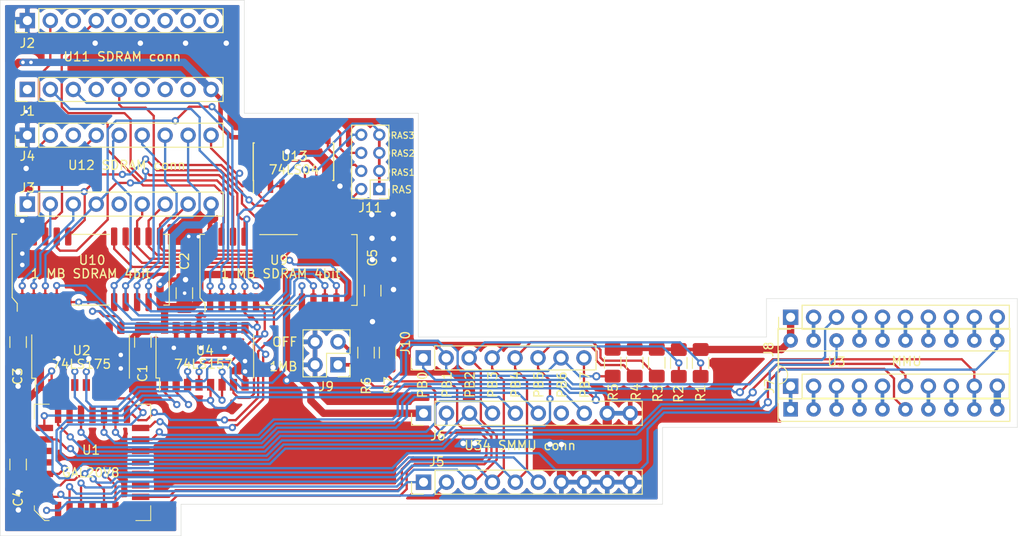
<source format=kicad_pcb>
(kicad_pcb (version 20171130) (host pcbnew "(5.1.0)-1")
  (layers (0 F.Cu signal) (31 B.Cu signal) (34 B.Paste user) (35 F.Paste user) (36 B.SilkS user) (37 F.SilkS user) (38 B.Mask user) (39 F.Mask user) (44 Edge.Cuts user))
  (net 0 "")
  (net 1 VCC)
  (net 2 A4)
  (net 3 A5)
  (net 4 A6)
  (net 5 DQ1)
  (net 6 DQ0)
  (net 7 A7)
  (net 8 A3)
  (net 9 A2)
  (net 10 A1)
  (net 11 A0)
  (net 12 DQ2)
  (net 13 DQ3)
  (net 14 GND)
  (net 15 RAS)
  (net 16 WR)
  (net 17 DQ5)
  (net 18 DQ4)
  (net 19 OE)
  (net 20 DQ6)
  (net 21 CAS)
  (net 22 DQ7)
  (net 23 RD5)
  (net 24 RD4)
  (net 25 A15)
  (net 26 A14)
  (net 27 REF)
  (net 28 S5)
  (net 29 BASIC)
  (net 30 MPB)
  (net 31 OS)
  (net 32 CI)
  (net 33 IO)
  (net 34 S4)
  (net 35 PB5)
  (net 36 PB4)
  (net 37 PB3)
  (net 38 PB2)
  (net 39 HALT)
  (net 40 CASMAN)
  (net 41 FA14)
  (net 42 FA15)
  (net 43 O2)
  (net 44 "Net-(J9-Pad3)")
  (net 45 "Net-(J9-Pad1)")
  (net 46 PB6)
  (net 47 BE)
  (net 48 PB1)
  (net 49 PB7)
  (net 50 MAP)
  (net 51 PB0)
  (net 52 A15a)
  (net 53 A14a)
  (net 54 A13a)
  (net 55 A12a)
  (net 56 A11a)
  (net 57 GNDa)
  (net 58 "Net-(U13-Pad2)")
  (net 59 "Net-(J11-Pad8)")
  (net 60 "Net-(J11-Pad6)")
  (net 61 "Net-(J11-Pad4)")
  (net 62 "Net-(U13-Pad13)")
  (net 63 "Net-(U13-Pad10)")
  (net 64 RAS_OUT)
  (net 65 VCCa)
  (net 66 "Net-(U1-Pad19)")
  (net 67 "Net-(U1-Pad18)")
  (net 68 "Net-(U1-Pad26)")
  (net 69 "Net-(U10-Pad5)")
  (net 70 "Net-(U10-Pad15)")
  (module Connector_PinHeader_2.54mm:PinHeader_1x10_P2.54mm_Vertical (layer F.Cu) (at 190.42 113.4346 90)
    (fp_text reference J7 (at 0 -2.33 90) (layer F.SilkS))
    (fp_text value MMU_A)
    (pad 10 thru_hole oval (at 0 22.86 90) (size 1.7 1.7) (drill 1) (layers *.Cu *.Mask) (net 57 GNDa))
    (pad 9 thru_hole oval (at 0 20.32 90) (size 1.7 1.7) (drill 1) (layers *.Cu *.Mask) (net 51 PB0))
    (pad 8 thru_hole oval (at 0 17.78 90) (size 1.7 1.7) (drill 1) (layers *.Cu *.Mask) (net 23 RD5))
    (pad 7 thru_hole oval (at 0 15.24 90) (size 1.7 1.7) (drill 1) (layers *.Cu *.Mask) (net 24 RD4))
    (pad 6 thru_hole oval (at 0 12.7 90) (size 1.7 1.7) (drill 1) (layers *.Cu *.Mask) (net 49 PB7))
    (pad 5 thru_hole oval (at 0 10.16 90) (size 1.7 1.7) (drill 1) (layers *.Cu *.Mask) (net 52 A15a))
    (pad 4 thru_hole oval (at 0 7.62 90) (size 1.7 1.7) (drill 1) (layers *.Cu *.Mask) (net 53 A14a))
    (pad 3 thru_hole oval (at 0 5.08 90) (size 1.7 1.7) (drill 1) (layers *.Cu *.Mask) (net 54 A13a))
    (pad 2 thru_hole oval (at 0 2.54 90) (size 1.7 1.7) (drill 1) (layers *.Cu *.Mask) (net 55 A12a))
    (pad 1 thru_hole rect (at 0 0 90) (size 1.7 1.7) (drill 1) (layers *.Cu *.Mask) (net 56 A11a))
  )
  (module Package_LCC:PLCC-28 (layer F.Cu) (at 113.2078 121.8692 90)
    (fp_text reference U1 (at 1.3692 -0.1602 180) (layer F.SilkS))
    (fp_text value GAL16V8_PLCC)
    (pad 25 smd rect (at 5.3225 -3.81 90) (size 1.925 0.7) (layers F.Cu F.Paste F.Mask) (net 43 O2))
    (pad 24 smd rect (at 5.3225 -2.54 90) (size 1.925 0.7) (layers F.Cu F.Paste F.Mask))
    (pad 23 smd rect (at 5.3225 -1.27 90) (size 1.925 0.7) (layers F.Cu F.Paste F.Mask) (net 42 FA15))
    (pad 22 smd rect (at 5.3225 0 90) (size 1.925 0.7) (layers F.Cu F.Paste F.Mask))
    (pad 21 smd rect (at 5.3225 1.27 90) (size 1.925 0.7) (layers F.Cu F.Paste F.Mask) (net 41 FA14))
    (pad 20 smd rect (at 5.3225 2.54 90) (size 1.925 0.7) (layers F.Cu F.Paste F.Mask) (net 40 CASMAN))
    (pad 19 smd rect (at 5.3225 3.81 90) (size 1.925 0.7) (layers F.Cu F.Paste F.Mask) (net 66 "Net-(U1-Pad19)"))
    (pad 18 smd rect (at 3.81 5.3225 90) (size 0.7 1.925) (layers F.Cu F.Paste F.Mask) (net 67 "Net-(U1-Pad18)"))
    (pad 17 smd rect (at 2.54 5.3225 90) (size 0.7 1.925) (layers F.Cu F.Paste F.Mask) (net 39 HALT))
    (pad 16 smd rect (at 1.27 5.3225 90) (size 0.7 1.925) (layers F.Cu F.Paste F.Mask) (net 14 GND))
    (pad 15 smd rect (at 0 5.3225 90) (size 0.7 1.925) (layers F.Cu F.Paste F.Mask))
    (pad 14 smd rect (at -1.27 5.3225 90) (size 0.7 1.925) (layers F.Cu F.Paste F.Mask) (net 14 GND))
    (pad 13 smd rect (at -2.54 5.3225 90) (size 0.7 1.925) (layers F.Cu F.Paste F.Mask))
    (pad 12 smd rect (at -3.81 5.3225 90) (size 0.7 1.925) (layers F.Cu F.Paste F.Mask) (net 45 "Net-(J9-Pad1)"))
    (pad 11 smd rect (at -5.3225 3.81 90) (size 1.925 0.7) (layers F.Cu F.Paste F.Mask) (net 44 "Net-(J9-Pad3)"))
    (pad 10 smd rect (at -5.3225 2.54 90) (size 1.925 0.7) (layers F.Cu F.Paste F.Mask) (net 21 CAS))
    (pad 9 smd rect (at -5.3225 1.27 90) (size 1.925 0.7) (layers F.Cu F.Paste F.Mask) (net 36 PB4))
    (pad 8 smd rect (at -5.3225 0 90) (size 1.925 0.7) (layers F.Cu F.Paste F.Mask))
    (pad 7 smd rect (at -5.3225 -1.27 90) (size 1.925 0.7) (layers F.Cu F.Paste F.Mask) (net 37 PB3))
    (pad 6 smd rect (at -5.3225 -2.54 90) (size 1.925 0.7) (layers F.Cu F.Paste F.Mask) (net 38 PB2))
    (pad 5 smd rect (at -5.3225 -3.81 90) (size 1.925 0.7) (layers F.Cu F.Paste F.Mask) (net 25 A15))
    (pad 26 smd rect (at 3.81 -5.3225 90) (size 0.7 1.925) (layers F.Cu F.Paste F.Mask) (net 68 "Net-(U1-Pad26)"))
    (pad 27 smd rect (at 2.54 -5.3225 90) (size 0.7 1.925) (layers F.Cu F.Paste F.Mask) (net 35 PB5))
    (pad 28 smd rect (at 1.27 -5.3225 90) (size 0.7 1.925) (layers F.Cu F.Paste F.Mask) (net 1 VCC))
    (pad 4 smd rect (at -3.81 -5.3225 90) (size 0.7 1.925) (layers F.Cu F.Paste F.Mask) (net 26 A14))
    (pad 3 smd rect (at -2.54 -5.3225 90) (size 0.7 1.925) (layers F.Cu F.Paste F.Mask) (net 27 REF))
    (pad 2 smd rect (at -1.27 -5.3225 90) (size 0.7 1.925) (layers F.Cu F.Paste F.Mask) (net 64 RAS_OUT))
    (pad 1 smd rect (at 0 -5.3225 90) (size 0.7 1.925) (layers F.Cu F.Paste F.Mask))
  )
  (module Connector_PinHeader_2.00mm:PinHeader_2x04_P2.00mm_Vertical (layer F.Cu) (at 144.92732 91.63304 180)
    (fp_text reference J11 (at 1 -2.06 180) (layer F.SilkS))
    (fp_text value RAS_sel)
    (pad 8 thru_hole oval (at 2 6 180) (size 1.35 1.35) (drill 0.8) (layers *.Cu *.Mask) (net 59 "Net-(J11-Pad8)"))
    (pad 7 thru_hole oval (at 0 6 180) (size 1.35 1.35) (drill 0.8) (layers *.Cu *.Mask) (net 64 RAS_OUT))
    (pad 6 thru_hole oval (at 2 4 180) (size 1.35 1.35) (drill 0.8) (layers *.Cu *.Mask) (net 60 "Net-(J11-Pad6)"))
    (pad 5 thru_hole oval (at 0 4 180) (size 1.35 1.35) (drill 0.8) (layers *.Cu *.Mask) (net 64 RAS_OUT))
    (pad 4 thru_hole oval (at 2 2 180) (size 1.35 1.35) (drill 0.8) (layers *.Cu *.Mask) (net 61 "Net-(J11-Pad4)"))
    (pad 3 thru_hole oval (at 0 2 180) (size 1.35 1.35) (drill 0.8) (layers *.Cu *.Mask) (net 64 RAS_OUT))
    (pad 2 thru_hole oval (at 2 0 180) (size 1.35 1.35) (drill 0.8) (layers *.Cu *.Mask) (net 15 RAS))
    (pad 1 thru_hole rect (at 0 0 180) (size 1.35 1.35) (drill 0.8) (layers *.Cu *.Mask) (net 64 RAS_OUT))
  )
  (module Package_SO:SOIC-14_3.9x8.7mm_P1.27mm (layer F.Cu) (at 135.4328 88.61044 90)
    (fp_text reference U13 (at 0.61044 0.1016 180) (layer F.SilkS))
    (fp_text value 74LS04)
    (pad 14 smd rect (at 2.7 -3.81 90) (size 1.5 0.6) (layers F.Cu F.Paste F.Mask) (net 1 VCC))
    (pad 13 smd rect (at 2.7 -2.54 90) (size 1.5 0.6) (layers F.Cu F.Paste F.Mask) (net 62 "Net-(U13-Pad13)"))
    (pad 12 smd rect (at 2.7 -1.27 90) (size 1.5 0.6) (layers F.Cu F.Paste F.Mask) (net 60 "Net-(J11-Pad6)"))
    (pad 11 smd rect (at 2.7 0 90) (size 1.5 0.6) (layers F.Cu F.Paste F.Mask) (net 60 "Net-(J11-Pad6)"))
    (pad 10 smd rect (at 2.7 1.27 90) (size 1.5 0.6) (layers F.Cu F.Paste F.Mask) (net 63 "Net-(U13-Pad10)"))
    (pad 9 smd rect (at 2.7 2.54 90) (size 1.5 0.6) (layers F.Cu F.Paste F.Mask) (net 63 "Net-(U13-Pad10)"))
    (pad 8 smd rect (at 2.7 3.81 90) (size 1.5 0.6) (layers F.Cu F.Paste F.Mask) (net 61 "Net-(J11-Pad4)"))
    (pad 7 smd rect (at -2.7 3.81 90) (size 1.5 0.6) (layers F.Cu F.Paste F.Mask) (net 14 GND))
    (pad 6 smd rect (at -2.7 2.54 90) (size 1.5 0.6) (layers F.Cu F.Paste F.Mask) (net 62 "Net-(U13-Pad13)"))
    (pad 5 smd rect (at -2.7 1.27 90) (size 1.5 0.6) (layers F.Cu F.Paste F.Mask) (net 59 "Net-(J11-Pad8)"))
    (pad 4 smd rect (at -2.7 0 90) (size 1.5 0.6) (layers F.Cu F.Paste F.Mask) (net 59 "Net-(J11-Pad8)"))
    (pad 3 smd rect (at -2.7 -1.27 90) (size 1.5 0.6) (layers F.Cu F.Paste F.Mask) (net 58 "Net-(U13-Pad2)"))
    (pad 2 smd rect (at -2.7 -2.54 90) (size 1.5 0.6) (layers F.Cu F.Paste F.Mask) (net 58 "Net-(U13-Pad2)"))
    (pad 1 smd rect (at -2.7 -3.81 90) (size 1.5 0.6) (layers F.Cu F.Paste F.Mask) (net 15 RAS))
  )
  (module Resistor_SMD:R_1206_3216Metric_Pad1.42x1.75mm_HandSolder (layer F.Cu) (at 178.054 110.871 270)
    (fp_text reference R2 (at 3.429 0.0254 270) (layer F.SilkS))
    (fp_text value 10k)
    (pad 2 smd roundrect (at 1.4875 0 270) (size 1.425 1.75) (layers F.Cu F.Paste F.Mask) (roundrect_rratio 0.175439) (net 37 PB3))
    (pad 1 smd roundrect (at -1.4875 0 270) (size 1.425 1.75) (layers F.Cu F.Paste F.Mask) (roundrect_rratio 0.175439) (net 65 VCCa))
  )
  (module Resistor_SMD:R_1206_3216Metric_Pad1.42x1.75mm_HandSolder (layer F.Cu) (at 170.7388 110.8456 270)
    (fp_text reference R5 (at 3.2512 -0.0508 270) (layer F.SilkS))
    (fp_text value 10k)
    (pad 2 smd roundrect (at 1.4875 0 270) (size 1.425 1.75) (layers F.Cu F.Paste F.Mask) (roundrect_rratio 0.175439) (net 46 PB6))
    (pad 1 smd roundrect (at -1.4875 0 270) (size 1.425 1.75) (layers F.Cu F.Paste F.Mask) (roundrect_rratio 0.175439) (net 65 VCCa))
  )
  (module Connector_PinHeader_2.54mm:PinHeader_1x08_P2.54mm_Vertical (layer F.Cu) (at 149.7838 110.3122 90)
    (fp_text reference J10 (at 1.651 -1.9812 90) (layer F.SilkS))
    (fp_text value PB0..7)
    (pad 8 thru_hole oval (at 0 17.78 90) (size 1.7 1.7) (drill 1) (layers *.Cu *.Mask) (net 49 PB7))
    (pad 7 thru_hole oval (at 0 15.24 90) (size 1.7 1.7) (drill 1) (layers *.Cu *.Mask) (net 46 PB6))
    (pad 6 thru_hole oval (at 0 12.7 90) (size 1.7 1.7) (drill 1) (layers *.Cu *.Mask) (net 35 PB5))
    (pad 5 thru_hole oval (at 0 10.16 90) (size 1.7 1.7) (drill 1) (layers *.Cu *.Mask) (net 36 PB4))
    (pad 4 thru_hole oval (at 0 7.62 90) (size 1.7 1.7) (drill 1) (layers *.Cu *.Mask) (net 37 PB3))
    (pad 3 thru_hole oval (at 0 5.08 90) (size 1.7 1.7) (drill 1) (layers *.Cu *.Mask) (net 38 PB2))
    (pad 2 thru_hole oval (at 0 2.54 90) (size 1.7 1.7) (drill 1) (layers *.Cu *.Mask) (net 48 PB1))
    (pad 1 thru_hole rect (at 0 0 90) (size 1.7 1.7) (drill 1) (layers *.Cu *.Mask) (net 51 PB0))
  )
  (module Resistor_SMD:R_1206_3216Metric_Pad1.42x1.75mm_HandSolder (layer F.Cu) (at 145.8468 109.728 270)
    (fp_text reference R7 (at 3.6068 -0.1524 270) (layer F.SilkS))
    (fp_text value 10k)
    (pad 2 smd roundrect (at 1.4875 0 270) (size 1.425 1.75) (layers F.Cu F.Paste F.Mask) (roundrect_rratio 0.175439) (net 44 "Net-(J9-Pad3)"))
    (pad 1 smd roundrect (at -1.4875 0 270) (size 1.425 1.75) (layers F.Cu F.Paste F.Mask) (roundrect_rratio 0.175439) (net 1 VCC))
  )
  (module Resistor_SMD:R_1206_3216Metric_Pad1.42x1.75mm_HandSolder (layer F.Cu) (at 143.4592 109.728 270)
    (fp_text reference R6 (at 3.6576 -0.0254 270) (layer F.SilkS))
    (fp_text value 10k)
    (pad 2 smd roundrect (at 1.4875 0 270) (size 1.425 1.75) (layers F.Cu F.Paste F.Mask) (roundrect_rratio 0.175439) (net 45 "Net-(J9-Pad1)"))
    (pad 1 smd roundrect (at -1.4875 0 270) (size 1.425 1.75) (layers F.Cu F.Paste F.Mask) (roundrect_rratio 0.175439) (net 1 VCC))
  )
  (module Resistor_SMD:R_1206_3216Metric_Pad1.42x1.75mm_HandSolder (layer F.Cu) (at 173.1772 110.8456 270)
    (fp_text reference R4 (at 3.2512 -0.1524 270) (layer F.SilkS))
    (fp_text value 10k)
    (pad 2 smd roundrect (at 1.4875 0 270) (size 1.425 1.75) (layers F.Cu F.Paste F.Mask) (roundrect_rratio 0.175439) (net 35 PB5))
    (pad 1 smd roundrect (at -1.4875 0 270) (size 1.425 1.75) (layers F.Cu F.Paste F.Mask) (roundrect_rratio 0.175439) (net 65 VCCa))
  )
  (module Resistor_SMD:R_1206_3216Metric_Pad1.42x1.75mm_HandSolder (layer F.Cu) (at 175.6156 110.8456 270)
    (fp_text reference R3 (at 3.4036 -0.127 270) (layer F.SilkS))
    (fp_text value 10k)
    (pad 2 smd roundrect (at 1.4875 0 270) (size 1.425 1.75) (layers F.Cu F.Paste F.Mask) (roundrect_rratio 0.175439) (net 36 PB4))
    (pad 1 smd roundrect (at -1.4875 0 270) (size 1.425 1.75) (layers F.Cu F.Paste F.Mask) (roundrect_rratio 0.175439) (net 65 VCCa))
  )
  (module Resistor_SMD:R_1206_3216Metric_Pad1.42x1.75mm_HandSolder (layer F.Cu) (at 180.467 110.871 270)
    (fp_text reference R1 (at 3.3274 0 270) (layer F.SilkS))
    (fp_text value 10k)
    (pad 2 smd roundrect (at 1.4875 0 270) (size 1.425 1.75) (layers F.Cu F.Paste F.Mask) (roundrect_rratio 0.175439) (net 38 PB2))
    (pad 1 smd roundrect (at -1.4875 0 270) (size 1.425 1.75) (layers F.Cu F.Paste F.Mask) (roundrect_rratio 0.175439) (net 65 VCCa))
  )
  (module Connector_PinHeader_2.54mm:PinHeader_2x02_P2.54mm_Vertical (layer F.Cu) (at 140.3604 111.0742 180)
    (fp_text reference J9 (at 1.31064 -2.40284 180) (layer F.SilkS))
    (fp_text value Mem_On_Off)
    (pad 4 thru_hole oval (at 2.54 2.54 180) (size 1.7 1.7) (drill 1) (layers *.Cu *.Mask) (net 14 GND))
    (pad 3 thru_hole oval (at 0 2.54 180) (size 1.7 1.7) (drill 1) (layers *.Cu *.Mask) (net 44 "Net-(J9-Pad3)"))
    (pad 2 thru_hole oval (at 2.54 0 180) (size 1.7 1.7) (drill 1) (layers *.Cu *.Mask) (net 14 GND))
    (pad 1 thru_hole rect (at 0 0 180) (size 1.7 1.7) (drill 1) (layers *.Cu *.Mask) (net 45 "Net-(J9-Pad1)"))
  )
  (module Capacitor_SMD:C_1206_3216Metric_Pad1.42x1.75mm_HandSolder (layer F.Cu) (at 144.1958 102.87 90)
    (fp_text reference C5 (at 3.6322 -0.0254 90) (layer F.SilkS))
    (fp_text value 100nF)
    (pad 2 smd roundrect (at 1.4875 0 90) (size 1.425 1.75) (layers F.Cu F.Paste F.Mask) (roundrect_rratio 0.175439) (net 14 GND))
    (pad 1 smd roundrect (at -1.4875 0 90) (size 1.425 1.75) (layers F.Cu F.Paste F.Mask) (roundrect_rratio 0.175439) (net 1 VCC))
  )
  (module Capacitor_SMD:C_1206_3216Metric_Pad1.42x1.75mm_HandSolder (layer F.Cu) (at 104.9782 122.0978 270)
    (fp_text reference C4 (at 3.7084 0 270) (layer F.SilkS))
    (fp_text value 100nF)
    (pad 2 smd roundrect (at 1.4875 0 270) (size 1.425 1.75) (layers F.Cu F.Paste F.Mask) (roundrect_rratio 0.175439) (net 14 GND))
    (pad 1 smd roundrect (at -1.4875 0 270) (size 1.425 1.75) (layers F.Cu F.Paste F.Mask) (roundrect_rratio 0.175439) (net 1 VCC))
  )
  (module Capacitor_SMD:C_1206_3216Metric_Pad1.42x1.75mm_HandSolder (layer F.Cu) (at 104.9782 108.5596 270)
    (fp_text reference C3 (at 3.7846 0.0508 270) (layer F.SilkS))
    (fp_text value 100nF)
    (pad 2 smd roundrect (at 1.4875 0 270) (size 1.425 1.75) (layers F.Cu F.Paste F.Mask) (roundrect_rratio 0.175439) (net 14 GND))
    (pad 1 smd roundrect (at -1.4875 0 270) (size 1.425 1.75) (layers F.Cu F.Paste F.Mask) (roundrect_rratio 0.175439) (net 1 VCC))
  )
  (module Capacitor_SMD:C_1206_3216Metric_Pad1.42x1.75mm_HandSolder (layer F.Cu) (at 123.3678 103.1494 90)
    (fp_text reference C2 (at 3.5306 0 90) (layer F.SilkS))
    (fp_text value 100nF)
    (pad 2 smd roundrect (at 1.4875 0 90) (size 1.425 1.75) (layers F.Cu F.Paste F.Mask) (roundrect_rratio 0.175439) (net 14 GND))
    (pad 1 smd roundrect (at -1.4875 0 90) (size 1.425 1.75) (layers F.Cu F.Paste F.Mask) (roundrect_rratio 0.175439) (net 1 VCC))
  )
  (module Capacitor_SMD:C_1206_3216Metric_Pad1.42x1.75mm_HandSolder (layer F.Cu) (at 118.7704 108.5342 270)
    (fp_text reference C1 (at 3.4798 0.0254 270) (layer F.SilkS))
    (fp_text value 100nF)
    (pad 2 smd roundrect (at 1.4875 0 270) (size 1.425 1.75) (layers F.Cu F.Paste F.Mask) (roundrect_rratio 0.175439) (net 14 GND))
    (pad 1 smd roundrect (at -1.4875 0 270) (size 1.425 1.75) (layers F.Cu F.Paste F.Mask) (roundrect_rratio 0.175439) (net 1 VCC))
  )
  (module Package_DIP:DIP-20_W7.62mm_Socket (layer F.Cu) (at 190.42 116 90)
    (fp_text reference U3 (at 5.25 5.08 180) (layer F.SilkS))
    (fp_text value MMU)
    (pad 20 thru_hole oval (at 7.62 0 90) (size 1.6 1.6) (drill 0.8) (layers *.Cu *.Mask) (net 65 VCCa))
    (pad 10 thru_hole oval (at 0 22.86 90) (size 1.6 1.6) (drill 0.8) (layers *.Cu *.Mask) (net 57 GNDa))
    (pad 19 thru_hole oval (at 7.62 2.54 90) (size 1.6 1.6) (drill 0.8) (layers *.Cu *.Mask) (net 34 S4))
    (pad 9 thru_hole oval (at 0 20.32 90) (size 1.6 1.6) (drill 0.8) (layers *.Cu *.Mask) (net 51 PB0))
    (pad 18 thru_hole oval (at 7.62 5.08 90) (size 1.6 1.6) (drill 0.8) (layers *.Cu *.Mask) (net 47 BE))
    (pad 8 thru_hole oval (at 0 17.78 90) (size 1.6 1.6) (drill 0.8) (layers *.Cu *.Mask) (net 23 RD5))
    (pad 17 thru_hole oval (at 7.62 7.62 90) (size 1.6 1.6) (drill 0.8) (layers *.Cu *.Mask) (net 33 IO))
    (pad 7 thru_hole oval (at 0 15.24 90) (size 1.6 1.6) (drill 0.8) (layers *.Cu *.Mask) (net 24 RD4))
    (pad 16 thru_hole oval (at 7.62 10.16 90) (size 1.6 1.6) (drill 0.8) (layers *.Cu *.Mask) (net 32 CI))
    (pad 6 thru_hole oval (at 0 12.7 90) (size 1.6 1.6) (drill 0.8) (layers *.Cu *.Mask) (net 50 MAP))
    (pad 15 thru_hole oval (at 7.62 12.7 90) (size 1.6 1.6) (drill 0.8) (layers *.Cu *.Mask) (net 31 OS))
    (pad 5 thru_hole oval (at 0 10.16 90) (size 1.6 1.6) (drill 0.8) (layers *.Cu *.Mask) (net 52 A15a))
    (pad 14 thru_hole oval (at 7.62 15.24 90) (size 1.6 1.6) (drill 0.8) (layers *.Cu *.Mask) (net 30 MPB))
    (pad 4 thru_hole oval (at 0 7.62 90) (size 1.6 1.6) (drill 0.8) (layers *.Cu *.Mask) (net 53 A14a))
    (pad 13 thru_hole oval (at 7.62 17.78 90) (size 1.6 1.6) (drill 0.8) (layers *.Cu *.Mask) (net 29 BASIC))
    (pad 3 thru_hole oval (at 0 5.08 90) (size 1.6 1.6) (drill 0.8) (layers *.Cu *.Mask) (net 54 A13a))
    (pad 12 thru_hole oval (at 7.62 20.32 90) (size 1.6 1.6) (drill 0.8) (layers *.Cu *.Mask) (net 28 S5))
    (pad 2 thru_hole oval (at 0 2.54 90) (size 1.6 1.6) (drill 0.8) (layers *.Cu *.Mask) (net 55 A12a))
    (pad 11 thru_hole oval (at 7.62 22.86 90) (size 1.6 1.6) (drill 0.8) (layers *.Cu *.Mask) (net 27 REF))
    (pad 1 thru_hole rect (at 0 0 90) (size 1.6 1.6) (drill 0.8) (layers *.Cu *.Mask) (net 56 A11a))
  )
  (module Package_SO:SOP-16_4.4x10.4mm_P1.27mm (layer F.Cu) (at 125.6284 110.1344 90)
    (fp_text reference U4 (at 0.6344 0 180) (layer F.SilkS))
    (fp_text value 74LS157)
    (pad 16 smd rect (at 3.15 -4.45 90) (size 1.3 0.8) (layers F.Cu F.Paste F.Mask) (net 1 VCC))
    (pad 15 smd rect (at 3.15 -3.17 90) (size 1.3 0.8) (layers F.Cu F.Paste F.Mask) (net 14 GND))
    (pad 14 smd rect (at 3.15 -1.91 90) (size 1.3 0.8) (layers F.Cu F.Paste F.Mask) (net 14 GND))
    (pad 13 smd rect (at 3.15 -0.64 90) (size 1.3 0.8) (layers F.Cu F.Paste F.Mask) (net 14 GND))
    (pad 12 smd rect (at 3.15 0.64 90) (size 1.3 0.8) (layers F.Cu F.Paste F.Mask))
    (pad 11 smd rect (at 3.15 1.91 90) (size 1.3 0.8) (layers F.Cu F.Paste F.Mask) (net 14 GND))
    (pad 10 smd rect (at 3.15 3.17 90) (size 1.3 0.8) (layers F.Cu F.Paste F.Mask) (net 14 GND))
    (pad 9 smd rect (at 3.15 4.45 90) (size 1.3 0.8) (layers F.Cu F.Paste F.Mask))
    (pad 8 smd rect (at -3.15 4.45 90) (size 1.3 0.8) (layers F.Cu F.Paste F.Mask) (net 14 GND))
    (pad 7 smd rect (at -3.15 3.17 90) (size 1.3 0.8) (layers F.Cu F.Paste F.Mask) (net 69 "Net-(U10-Pad5)"))
    (pad 6 smd rect (at -3.15 1.91 90) (size 1.3 0.8) (layers F.Cu F.Paste F.Mask) (net 48 PB1))
    (pad 5 smd rect (at -3.15 0.64 90) (size 1.3 0.8) (layers F.Cu F.Paste F.Mask) (net 49 PB7))
    (pad 4 smd rect (at -3.15 -0.64 90) (size 1.3 0.8) (layers F.Cu F.Paste F.Mask) (net 70 "Net-(U10-Pad15)"))
    (pad 3 smd rect (at -3.15 -1.91 90) (size 1.3 0.8) (layers F.Cu F.Paste F.Mask) (net 46 PB6))
    (pad 2 smd rect (at -3.15 -3.17 90) (size 1.3 0.8) (layers F.Cu F.Paste F.Mask) (net 68 "Net-(U1-Pad26)"))
    (pad 1 smd rect (at -3.15 -4.45 90) (size 1.3 0.8) (layers F.Cu F.Paste F.Mask) (net 64 RAS_OUT))
  )
  (module Package_SO:SOP-16_4.4x10.4mm_P1.27mm (layer F.Cu) (at 111.887 110.1602 90)
    (fp_text reference U2 (at 0.6602 0.113 180) (layer F.SilkS))
    (fp_text value 74LS175)
    (pad 16 smd rect (at 3.15 -4.45 90) (size 1.3 0.8) (layers F.Cu F.Paste F.Mask) (net 1 VCC))
    (pad 15 smd rect (at 3.15 -3.17 90) (size 1.3 0.8) (layers F.Cu F.Paste F.Mask))
    (pad 14 smd rect (at 3.15 -1.91 90) (size 1.3 0.8) (layers F.Cu F.Paste F.Mask))
    (pad 13 smd rect (at 3.15 -0.64 90) (size 1.3 0.8) (layers F.Cu F.Paste F.Mask) (net 1 VCC))
    (pad 12 smd rect (at 3.15 0.64 90) (size 1.3 0.8) (layers F.Cu F.Paste F.Mask) (net 1 VCC))
    (pad 11 smd rect (at 3.15 1.91 90) (size 1.3 0.8) (layers F.Cu F.Paste F.Mask))
    (pad 10 smd rect (at 3.15 3.17 90) (size 1.3 0.8) (layers F.Cu F.Paste F.Mask))
    (pad 9 smd rect (at 3.15 4.45 90) (size 1.3 0.8) (layers F.Cu F.Paste F.Mask) (net 67 "Net-(U1-Pad18)"))
    (pad 8 smd rect (at -3.15 4.45 90) (size 1.3 0.8) (layers F.Cu F.Paste F.Mask) (net 14 GND))
    (pad 7 smd rect (at -3.15 3.17 90) (size 1.3 0.8) (layers F.Cu F.Paste F.Mask) (net 47 BE))
    (pad 6 smd rect (at -3.15 1.91 90) (size 1.3 0.8) (layers F.Cu F.Paste F.Mask))
    (pad 5 smd rect (at -3.15 0.64 90) (size 1.3 0.8) (layers F.Cu F.Paste F.Mask) (net 48 PB1))
    (pad 4 smd rect (at -3.15 -0.64 90) (size 1.3 0.8) (layers F.Cu F.Paste F.Mask) (net 49 PB7))
    (pad 3 smd rect (at -3.15 -1.91 90) (size 1.3 0.8) (layers F.Cu F.Paste F.Mask))
    (pad 2 smd rect (at -3.15 -3.17 90) (size 1.3 0.8) (layers F.Cu F.Paste F.Mask) (net 50 MAP))
    (pad 1 smd rect (at -3.15 -4.45 90) (size 1.3 0.8) (layers F.Cu F.Paste F.Mask) (net 1 VCC))
  )
  (module Connector_PinHeader_2.54mm:PinHeader_1x10_P2.54mm_Vertical (layer F.Cu) (at 190.42 105.8146 90)
    (fp_text reference J8 (at -3.5654 -2.42 270) (layer F.SilkS))
    (fp_text value MMU_A)
    (pad 10 thru_hole oval (at 0 22.86 90) (size 1.7 1.7) (drill 1) (layers *.Cu *.Mask) (net 27 REF))
    (pad 9 thru_hole oval (at 0 20.32 90) (size 1.7 1.7) (drill 1) (layers *.Cu *.Mask) (net 28 S5))
    (pad 8 thru_hole oval (at 0 17.78 90) (size 1.7 1.7) (drill 1) (layers *.Cu *.Mask) (net 29 BASIC))
    (pad 7 thru_hole oval (at 0 15.24 90) (size 1.7 1.7) (drill 1) (layers *.Cu *.Mask) (net 30 MPB))
    (pad 6 thru_hole oval (at 0 12.7 90) (size 1.7 1.7) (drill 1) (layers *.Cu *.Mask) (net 31 OS))
    (pad 5 thru_hole oval (at 0 10.16 90) (size 1.7 1.7) (drill 1) (layers *.Cu *.Mask) (net 32 CI))
    (pad 4 thru_hole oval (at 0 7.62 90) (size 1.7 1.7) (drill 1) (layers *.Cu *.Mask) (net 33 IO))
    (pad 3 thru_hole oval (at 0 5.08 90) (size 1.7 1.7) (drill 1) (layers *.Cu *.Mask) (net 48 PB1))
    (pad 2 thru_hole oval (at 0 2.54 90) (size 1.7 1.7) (drill 1) (layers *.Cu *.Mask) (net 34 S4))
    (pad 1 thru_hole rect (at 0 0 90) (size 1.7 1.7) (drill 1) (layers *.Cu *.Mask) (net 65 VCCa))
  )
  (module Connector_PinHeader_2.54mm:PinHeader_1x10_P2.54mm_Vertical (layer F.Cu) (at 149.82 116.4346 90)
    (fp_text reference J6 (at -2.4882 1.5894 180) (layer F.SilkS))
    (fp_text value SMMU_B)
    (pad 10 thru_hole oval (at 0 22.86 90) (size 1.7 1.7) (drill 1) (layers *.Cu *.Mask) (net 14 GND))
    (pad 9 thru_hole oval (at 0 20.32 90) (size 1.7 1.7) (drill 1) (layers *.Cu *.Mask) (net 14 GND))
    (pad 8 thru_hole oval (at 0 17.78 90) (size 1.7 1.7) (drill 1) (layers *.Cu *.Mask) (net 39 HALT))
    (pad 7 thru_hole oval (at 0 15.24 90) (size 1.7 1.7) (drill 1) (layers *.Cu *.Mask))
    (pad 6 thru_hole oval (at 0 12.7 90) (size 1.7 1.7) (drill 1) (layers *.Cu *.Mask) (net 40 CASMAN))
    (pad 5 thru_hole oval (at 0 10.16 90) (size 1.7 1.7) (drill 1) (layers *.Cu *.Mask) (net 41 FA14))
    (pad 4 thru_hole oval (at 0 7.62 90) (size 1.7 1.7) (drill 1) (layers *.Cu *.Mask) (net 42 FA15))
    (pad 3 thru_hole oval (at 0 5.08 90) (size 1.7 1.7) (drill 1) (layers *.Cu *.Mask) (net 35 PB5))
    (pad 2 thru_hole oval (at 0 2.54 90) (size 1.7 1.7) (drill 1) (layers *.Cu *.Mask) (net 43 O2))
    (pad 1 thru_hole rect (at 0 0 90) (size 1.7 1.7) (drill 1) (layers *.Cu *.Mask) (net 1 VCC))
  )
  (module Connector_PinHeader_2.54mm:PinHeader_1x10_P2.54mm_Vertical (layer F.Cu) (at 149.82 124.0546 90)
    (fp_text reference J5 (at 2.2616 1.4624 180) (layer F.SilkS))
    (fp_text value SMMU_A)
    (pad 10 thru_hole oval (at 0 22.86 90) (size 1.7 1.7) (drill 1) (layers *.Cu *.Mask) (net 14 GND))
    (pad 9 thru_hole oval (at 0 20.32 90) (size 1.7 1.7) (drill 1) (layers *.Cu *.Mask) (net 14 GND))
    (pad 8 thru_hole oval (at 0 17.78 90) (size 1.7 1.7) (drill 1) (layers *.Cu *.Mask) (net 14 GND))
    (pad 7 thru_hole oval (at 0 15.24 90) (size 1.7 1.7) (drill 1) (layers *.Cu *.Mask) (net 14 GND))
    (pad 6 thru_hole oval (at 0 12.7 90) (size 1.7 1.7) (drill 1) (layers *.Cu *.Mask) (net 21 CAS))
    (pad 5 thru_hole oval (at 0 10.16 90) (size 1.7 1.7) (drill 1) (layers *.Cu *.Mask) (net 36 PB4))
    (pad 4 thru_hole oval (at 0 7.62 90) (size 1.7 1.7) (drill 1) (layers *.Cu *.Mask) (net 37 PB3))
    (pad 3 thru_hole oval (at 0 5.08 90) (size 1.7 1.7) (drill 1) (layers *.Cu *.Mask) (net 38 PB2))
    (pad 2 thru_hole oval (at 0 2.54 90) (size 1.7 1.7) (drill 1) (layers *.Cu *.Mask) (net 25 A15))
    (pad 1 thru_hole rect (at 0 0 90) (size 1.7 1.7) (drill 1) (layers *.Cu *.Mask) (net 26 A14))
  )
  (module Atari:SOJ-26 (layer F.Cu) (at 113.0612 100.7114 90)
    (fp_text reference U10 (at 1.2114 0.1016 180) (layer F.SilkS))
    (fp_text value DRAM_1MB_4bit)
    (pad 15 smd roundrect (at 3.829 2.54 90) (size 2 0.7) (layers F.Cu F.Paste F.Mask) (roundrect_rratio 0.214) (net 70 "Net-(U10-Pad15)"))
    (pad 14 smd roundrect (at 3.829 3.81 90) (size 2 0.7) (layers F.Cu F.Paste F.Mask) (roundrect_rratio 0.214) (net 7 A7))
    (pad 13 smd roundrect (at 3.829 5.08 90) (size 2 0.7) (layers F.Cu F.Paste F.Mask) (roundrect_rratio 0.214) (net 4 A6))
    (pad 12 smd roundrect (at 3.829 6.35 90) (size 2 0.7) (layers F.Cu F.Paste F.Mask) (roundrect_rratio 0.214) (net 3 A5))
    (pad 11 smd roundrect (at 3.829 7.62 90) (size 2 0.7) (layers F.Cu F.Paste F.Mask) (roundrect_rratio 0.214) (net 2 A4))
    (pad 16 smd roundrect (at 3.829 -2.54 90) (size 2 0.7) (layers F.Cu F.Paste F.Mask) (roundrect_rratio 0.214) (net 19 OE))
    (pad 17 smd roundrect (at 3.829 -3.81 90) (size 2 0.7) (layers F.Cu F.Paste F.Mask) (roundrect_rratio 0.214) (net 66 "Net-(U1-Pad19)"))
    (pad 18 smd roundrect (at 3.829 -5.08 90) (size 2 0.7) (layers F.Cu F.Paste F.Mask) (roundrect_rratio 0.214) (net 20 DQ6))
    (pad 19 smd roundrect (at 3.829 -6.35 90) (size 2 0.7) (layers F.Cu F.Paste F.Mask) (roundrect_rratio 0.214) (net 22 DQ7))
    (pad 20 smd roundrect (at 3.829 -7.62 90) (size 2 0.7) (layers F.Cu F.Paste F.Mask) (roundrect_rratio 0.214) (net 14 GND))
    (pad 10 smd roundrect (at -3.429 7.62 90) (size 2 0.7) (layers F.Cu F.Paste F.Mask) (roundrect_rratio 0.214) (net 1 VCC))
    (pad 9 smd roundrect (at -3.429 6.35 90) (size 2 0.7) (layers F.Cu F.Paste F.Mask) (roundrect_rratio 0.214) (net 8 A3))
    (pad 8 smd roundrect (at -3.429 5.08 90) (size 2 0.7) (layers F.Cu F.Paste F.Mask) (roundrect_rratio 0.214) (net 9 A2))
    (pad 7 smd roundrect (at -3.429 3.81 90) (size 2 0.7) (layers F.Cu F.Paste F.Mask) (roundrect_rratio 0.214) (net 10 A1))
    (pad 6 smd roundrect (at -3.429 2.54 90) (size 2 0.7) (layers F.Cu F.Paste F.Mask) (roundrect_rratio 0.214) (net 11 A0))
    (pad 5 smd roundrect (at -3.429 -2.54 90) (size 2 0.7) (layers F.Cu F.Paste F.Mask) (roundrect_rratio 0.214) (net 69 "Net-(U10-Pad5)"))
    (pad 4 smd roundrect (at -3.429 -3.81 90) (size 2 0.7) (layers F.Cu F.Paste F.Mask) (roundrect_rratio 0.214) (net 64 RAS_OUT))
    (pad 3 smd roundrect (at -3.429 -5.08 90) (size 2 0.7) (layers F.Cu F.Paste F.Mask) (roundrect_rratio 0.214) (net 16 WR))
    (pad 2 smd roundrect (at -3.429 -6.35 90) (size 2 0.7) (layers F.Cu F.Paste F.Mask) (roundrect_rratio 0.214) (net 17 DQ5))
    (pad 1 smd roundrect (at -3.429 -7.62 90) (size 2 0.7) (layers F.Cu F.Paste F.Mask) (roundrect_rratio 0.214) (net 18 DQ4))
  )
  (module Atari:SOJ-26 (layer F.Cu) (at 133.8326 100.7364 90)
    (fp_text reference U9 (at 1.2364 0 180) (layer F.SilkS))
    (fp_text value DRAM_1MB_4bit)
    (pad 15 smd roundrect (at 3.829 2.54 90) (size 2 0.7) (layers F.Cu F.Paste F.Mask) (roundrect_rratio 0.214) (net 70 "Net-(U10-Pad15)"))
    (pad 14 smd roundrect (at 3.829 3.81 90) (size 2 0.7) (layers F.Cu F.Paste F.Mask) (roundrect_rratio 0.214) (net 7 A7))
    (pad 13 smd roundrect (at 3.829 5.08 90) (size 2 0.7) (layers F.Cu F.Paste F.Mask) (roundrect_rratio 0.214) (net 4 A6))
    (pad 12 smd roundrect (at 3.829 6.35 90) (size 2 0.7) (layers F.Cu F.Paste F.Mask) (roundrect_rratio 0.214) (net 3 A5))
    (pad 11 smd roundrect (at 3.829 7.62 90) (size 2 0.7) (layers F.Cu F.Paste F.Mask) (roundrect_rratio 0.214) (net 2 A4))
    (pad 16 smd roundrect (at 3.829 -2.54 90) (size 2 0.7) (layers F.Cu F.Paste F.Mask) (roundrect_rratio 0.214) (net 19 OE))
    (pad 17 smd roundrect (at 3.829 -3.81 90) (size 2 0.7) (layers F.Cu F.Paste F.Mask) (roundrect_rratio 0.214) (net 66 "Net-(U1-Pad19)"))
    (pad 18 smd roundrect (at 3.829 -5.08 90) (size 2 0.7) (layers F.Cu F.Paste F.Mask) (roundrect_rratio 0.214) (net 12 DQ2))
    (pad 19 smd roundrect (at 3.829 -6.35 90) (size 2 0.7) (layers F.Cu F.Paste F.Mask) (roundrect_rratio 0.214) (net 13 DQ3))
    (pad 20 smd roundrect (at 3.829 -7.62 90) (size 2 0.7) (layers F.Cu F.Paste F.Mask) (roundrect_rratio 0.214) (net 14 GND))
    (pad 10 smd roundrect (at -3.429 7.62 90) (size 2 0.7) (layers F.Cu F.Paste F.Mask) (roundrect_rratio 0.214) (net 1 VCC))
    (pad 9 smd roundrect (at -3.429 6.35 90) (size 2 0.7) (layers F.Cu F.Paste F.Mask) (roundrect_rratio 0.214) (net 8 A3))
    (pad 8 smd roundrect (at -3.429 5.08 90) (size 2 0.7) (layers F.Cu F.Paste F.Mask) (roundrect_rratio 0.214) (net 9 A2))
    (pad 7 smd roundrect (at -3.429 3.81 90) (size 2 0.7) (layers F.Cu F.Paste F.Mask) (roundrect_rratio 0.214) (net 10 A1))
    (pad 6 smd roundrect (at -3.429 2.54 90) (size 2 0.7) (layers F.Cu F.Paste F.Mask) (roundrect_rratio 0.214) (net 11 A0))
    (pad 5 smd roundrect (at -3.429 -2.54 90) (size 2 0.7) (layers F.Cu F.Paste F.Mask) (roundrect_rratio 0.214) (net 69 "Net-(U10-Pad5)"))
    (pad 4 smd roundrect (at -3.429 -3.81 90) (size 2 0.7) (layers F.Cu F.Paste F.Mask) (roundrect_rratio 0.214) (net 64 RAS_OUT))
    (pad 3 smd roundrect (at -3.429 -5.08 90) (size 2 0.7) (layers F.Cu F.Paste F.Mask) (roundrect_rratio 0.214) (net 16 WR))
    (pad 2 smd roundrect (at -3.429 -6.35 90) (size 2 0.7) (layers F.Cu F.Paste F.Mask) (roundrect_rratio 0.214) (net 5 DQ1))
    (pad 1 smd roundrect (at -3.429 -7.62 90) (size 2 0.7) (layers F.Cu F.Paste F.Mask) (roundrect_rratio 0.214) (net 6 DQ0))
  )
  (module Connector_PinHeader_2.54mm:PinHeader_1x09_P2.54mm_Vertical (layer F.Cu) (at 106 85.68 90)
    (fp_text reference J4 (at -2.32 0 180) (layer F.SilkS))
    (fp_text value 4464_B)
    (pad 9 thru_hole oval (at 0 20.32 90) (size 1.7 1.7) (drill 1) (layers *.Cu *.Mask) (net 7 A7))
    (pad 8 thru_hole oval (at 0 17.78 90) (size 1.7 1.7) (drill 1) (layers *.Cu *.Mask) (net 8 A3))
    (pad 7 thru_hole oval (at 0 15.24 90) (size 1.7 1.7) (drill 1) (layers *.Cu *.Mask) (net 9 A2))
    (pad 6 thru_hole oval (at 0 12.7 90) (size 1.7 1.7) (drill 1) (layers *.Cu *.Mask) (net 10 A1))
    (pad 5 thru_hole oval (at 0 10.16 90) (size 1.7 1.7) (drill 1) (layers *.Cu *.Mask) (net 11 A0))
    (pad 4 thru_hole oval (at 0 7.62 90) (size 1.7 1.7) (drill 1) (layers *.Cu *.Mask) (net 20 DQ6))
    (pad 3 thru_hole oval (at 0 5.08 90) (size 1.7 1.7) (drill 1) (layers *.Cu *.Mask))
    (pad 2 thru_hole oval (at 0 2.54 90) (size 1.7 1.7) (drill 1) (layers *.Cu *.Mask) (net 22 DQ7))
    (pad 1 thru_hole rect (at 0 0 90) (size 1.7 1.7) (drill 1) (layers *.Cu *.Mask) (net 14 GND))
  )
  (module Connector_PinHeader_2.54mm:PinHeader_1x09_P2.54mm_Vertical (layer F.Cu) (at 106 93.3 90)
    (fp_text reference J3 (at 1.8 0 180) (layer F.SilkS))
    (fp_text value 4464_A)
    (pad 9 thru_hole oval (at 0 20.32 90) (size 1.7 1.7) (drill 1) (layers *.Cu *.Mask) (net 1 VCC))
    (pad 8 thru_hole oval (at 0 17.78 90) (size 1.7 1.7) (drill 1) (layers *.Cu *.Mask) (net 2 A4))
    (pad 7 thru_hole oval (at 0 15.24 90) (size 1.7 1.7) (drill 1) (layers *.Cu *.Mask) (net 3 A5))
    (pad 6 thru_hole oval (at 0 12.7 90) (size 1.7 1.7) (drill 1) (layers *.Cu *.Mask) (net 4 A6))
    (pad 5 thru_hole oval (at 0 10.16 90) (size 1.7 1.7) (drill 1) (layers *.Cu *.Mask))
    (pad 4 thru_hole oval (at 0 7.62 90) (size 1.7 1.7) (drill 1) (layers *.Cu *.Mask) (net 16 WR))
    (pad 3 thru_hole oval (at 0 5.08 90) (size 1.7 1.7) (drill 1) (layers *.Cu *.Mask) (net 17 DQ5))
    (pad 2 thru_hole oval (at 0 2.54 90) (size 1.7 1.7) (drill 1) (layers *.Cu *.Mask) (net 18 DQ4))
    (pad 1 thru_hole rect (at 0 0 90) (size 1.7 1.7) (drill 1) (layers *.Cu *.Mask) (net 19 OE))
  )
  (module Connector_PinHeader_2.54mm:PinHeader_1x09_P2.54mm_Vertical (layer F.Cu) (at 106 73 90)
    (fp_text reference J2 (at -2.5 0 180) (layer F.SilkS))
    (fp_text value 4464_B)
    (pad 9 thru_hole oval (at 0 20.32 90) (size 1.7 1.7) (drill 1) (layers *.Cu *.Mask))
    (pad 8 thru_hole oval (at 0 17.78 90) (size 1.7 1.7) (drill 1) (layers *.Cu *.Mask))
    (pad 7 thru_hole oval (at 0 15.24 90) (size 1.7 1.7) (drill 1) (layers *.Cu *.Mask))
    (pad 6 thru_hole oval (at 0 12.7 90) (size 1.7 1.7) (drill 1) (layers *.Cu *.Mask))
    (pad 5 thru_hole oval (at 0 10.16 90) (size 1.7 1.7) (drill 1) (layers *.Cu *.Mask))
    (pad 4 thru_hole oval (at 0 7.62 90) (size 1.7 1.7) (drill 1) (layers *.Cu *.Mask) (net 12 DQ2))
    (pad 3 thru_hole oval (at 0 5.08 90) (size 1.7 1.7) (drill 1) (layers *.Cu *.Mask))
    (pad 2 thru_hole oval (at 0 2.54 90) (size 1.7 1.7) (drill 1) (layers *.Cu *.Mask) (net 13 DQ3))
    (pad 1 thru_hole rect (at 0 0 90) (size 1.7 1.7) (drill 1) (layers *.Cu *.Mask) (net 14 GND))
  )
  (module Connector_PinHeader_2.54mm:PinHeader_1x09_P2.54mm_Vertical (layer F.Cu) (at 106 80.62 90)
    (fp_text reference J1 (at -2.38 0 180) (layer F.SilkS))
    (fp_text value 4464_A)
    (pad 9 thru_hole oval (at 0 20.32 90) (size 1.7 1.7) (drill 1) (layers *.Cu *.Mask) (net 1 VCC))
    (pad 8 thru_hole oval (at 0 17.78 90) (size 1.7 1.7) (drill 1) (layers *.Cu *.Mask))
    (pad 7 thru_hole oval (at 0 15.24 90) (size 1.7 1.7) (drill 1) (layers *.Cu *.Mask))
    (pad 6 thru_hole oval (at 0 12.7 90) (size 1.7 1.7) (drill 1) (layers *.Cu *.Mask))
    (pad 5 thru_hole oval (at 0 10.16 90) (size 1.7 1.7) (drill 1) (layers *.Cu *.Mask) (net 15 RAS))
    (pad 4 thru_hole oval (at 0 7.62 90) (size 1.7 1.7) (drill 1) (layers *.Cu *.Mask))
    (pad 3 thru_hole oval (at 0 5.08 90) (size 1.7 1.7) (drill 1) (layers *.Cu *.Mask) (net 5 DQ1))
    (pad 2 thru_hole oval (at 0 2.54 90) (size 1.7 1.7) (drill 1) (layers *.Cu *.Mask) (net 6 DQ0))
    (pad 1 thru_hole rect (at 0 0 90) (size 1.7 1.7) (drill 1) (layers *.Cu *.Mask))
  )
  (gr_line (start 176.25 118) (end 176.25 126.5) (layer Edge.Cuts) (width 0.05))
  (gr_line (start 215.5 118) (end 176.25 118) (layer Edge.Cuts) (width 0.05))
  (gr_line (start 215.5 103.75) (end 215.5 118) (layer Edge.Cuts) (width 0.05))
  (gr_line (start 187.75 103.75) (end 215.5 103.75) (layer Edge.Cuts) (width 0.05))
  (gr_line (start 187.75 108) (end 187.75 103.75) (layer Edge.Cuts) (width 0.05))
  (gr_text MMU (at 203.2508 110.6932) (layer F.SilkS) (effects (font (size 1 1))))
  (gr_text "1 MB SDRAM 4bit" (at 134 101) (layer F.SilkS) (effects (font (size 1 1))))
  (gr_text "1 MB SDRAM 4bit" (at 113 101) (layer F.SilkS) (effects (font (size 1 1))))
  (gr_text "U34 SMMU conn" (at 160.5 120) (layer F.SilkS) (effects (font (size 1 1))))
  (gr_text GAL20V8 (at 113 123) (layer F.SilkS) (effects (font (size 1 1))))
  (gr_text "U12 SDRAM conn" (at 117 89) (layer F.SilkS) (effects (font (size 1 1))))
  (gr_text "U11 SDRAM conn" (at 116.5 77) (layer F.SilkS) (effects (font (size 1 1))))
  (gr_text 74LS04 (at 135.5 89.5) (layer F.SilkS) (effects (font (size 1 1))))
  (gr_text 74LS157 (at 125.5 111) (layer F.SilkS) (effects (font (size 1 1))))
  (gr_text 74LS175 (at 112 111) (layer F.SilkS) (effects (font (size 1 1))))
  (gr_line (start 103 130) (end 103 126.5) (layer Edge.Cuts) (width 0.05))
  (gr_line (start 123 130) (end 103 130) (layer Edge.Cuts) (width 0.05))
  (gr_line (start 123 126.5) (end 123 130) (layer Edge.Cuts) (width 0.05))
  (gr_line (start 176.25 126.5) (end 123 126.5) (layer Edge.Cuts) (width 0.05))
  (gr_text PB7 (at 167.67048 113.29416 90) (layer F.SilkS) (effects (font (size 1 1))))
  (gr_text PB6 (at 165.13048 113.27892 90) (layer F.SilkS) (effects (font (size 1 1))))
  (gr_text PB5 (at 162.56508 113.27892 90) (layer F.SilkS) (effects (font (size 1 1))))
  (gr_text PB4 (at 160.03524 113.27892 90) (layer F.SilkS) (effects (font (size 1 1))))
  (gr_text PB3 (at 157.46984 113.27892 90) (layer F.SilkS) (effects (font (size 1 1))))
  (gr_text PB2 (at 154.95016 113.26368 90) (layer F.SilkS) (effects (font (size 1 1))))
  (gr_text PB1 (at 152.41016 113.27384 90) (layer F.SilkS) (effects (font (size 1 1))))
  (gr_text PB0 (at 149.7076 113.284 90) (layer F.SilkS) (effects (font (size 1 1))))
  (gr_text OFF (at 134.4676 108.54944) (layer F.SilkS) (effects (font (size 1 1))))
  (gr_text 1MB (at 134.32028 111.26216) (layer F.SilkS) (effects (font (size 1 1))))
  (gr_text RAS3 (at 147.51812 85.70976) (layer F.SilkS) (effects (font (size 0.7 0.7) (thickness 0.12))))
  (gr_text RAS2 (at 147.53336 87.69096) (layer F.SilkS) (effects (font (size 0.7 0.7) (thickness 0.12))))
  (gr_text RAS1 (at 147.53336 89.80424) (layer F.SilkS) (effects (font (size 0.7 0.7) (thickness 0.12))))
  (gr_text RAS (at 147.3962 91.694) (layer F.SilkS) (effects (font (size 0.8 0.8) (thickness 0.12))))
  (gr_line (start 149.25 108) (end 149.25 103) (layer Edge.Cuts) (width 0.05))
  (gr_line (start 187.75 108) (end 149.25 108) (layer Edge.Cuts) (width 0.05))
  (gr_line (start 103 70.75) (end 103.75 70.75) (layer Edge.Cuts) (width 0.05))
  (gr_line (start 103 126.5) (end 103 70.75) (layer Edge.Cuts) (width 0.05))
  (gr_line (start 149.25 103) (end 149.25 83.25) (layer Edge.Cuts) (width 0.05))
  (gr_line (start 146.75 83.25) (end 149.25 83.25) (layer Edge.Cuts) (width 0.05))
  (gr_line (start 130 83.25) (end 146.75 83.25) (layer Edge.Cuts) (width 0.05))
  (gr_line (start 130 70.75) (end 130 83.25) (layer Edge.Cuts) (width 0.05))
  (gr_line (start 103.75 70.75) (end 130 70.75) (layer Edge.Cuts) (width 0.05))
  (segment (start 107.3751 107.0721) (end 107.437 107.0102) (width 0.8128) (layer F.Cu) (net 1))
  (segment (start 104.9782 107.0721) (end 107.3751 107.0721) (width 0.8128) (layer F.Cu) (net 1))
  (segment (start 111.247 107.0102) (end 112.527 107.0102) (width 0.254) (layer F.Cu) (net 1))
  (segment (start 121.1784 104.6376) (end 120.6812 104.1404) (width 0.8128) (layer F.Cu) (net 1))
  (segment (start 121.1784 106.9844) (end 121.1784 104.6376) (width 0.8128) (layer F.Cu) (net 1))
  (segment (start 121.1791 104.6369) (end 121.1784 104.6376) (width 0.8128) (layer F.Cu) (net 1))
  (segment (start 123.3678 104.6369) (end 121.1791 104.6369) (width 0.8128) (layer F.Cu) (net 1))
  (segment (start 121.1161 107.0467) (end 121.1784 106.9844) (width 0.8128) (layer F.Cu) (net 1))
  (segment (start 118.7704 107.0467) (end 121.1161 107.0467) (width 0.8128) (layer F.Cu) (net 1))
  (segment (start 117.2117 108.6054) (end 118.7704 107.0467) (width 0.8128) (layer F.Cu) (net 1))
  (segment (start 107.437 108.6054) (end 107.437 113.3102) (width 0.8128) (layer F.Cu) (net 1))
  (segment (start 107.437 107.0102) (end 107.437 108.6054) (width 0.8128) (layer F.Cu) (net 1))
  (segment (start 111.247 108.5954) (end 111.247 107.0102) (width 0.254) (layer F.Cu) (net 1))
  (segment (start 111.257 108.6054) (end 111.247 108.5954) (width 0.254) (layer F.Cu) (net 1))
  (segment (start 111.257 108.6054) (end 117.2117 108.6054) (width 0.8128) (layer F.Cu) (net 1))
  (segment (start 107.437 108.6054) (end 111.257 108.6054) (width 0.8128) (layer F.Cu) (net 1))
  (via (at 120.6754 102.1588) (size 0.8) (drill 0.4) (layers F.Cu B.Cu) (net 1))
  (segment (start 120.6754 104.1346) (end 120.6812 104.1404) (width 0.8128) (layer F.Cu) (net 1))
  (segment (start 120.6754 102.1588) (end 120.6754 104.1346) (width 0.8128) (layer F.Cu) (net 1))
  (via (at 106.4006 77.6224) (size 0.8) (drill 0.4) (layers F.Cu B.Cu) (net 1))
  (segment (start 104.9782 106.2596) (end 104.9782 107.0721) (width 0.8128) (layer F.Cu) (net 1))
  (segment (start 103.9876 105.269) (end 104.9782 106.2596) (width 0.8128) (layer F.Cu) (net 1))
  (segment (start 103.9876 78.6638) (end 103.9876 105.269) (width 0.8128) (layer F.Cu) (net 1))
  (segment (start 106.4006 77.6224) (end 105.5116 77.6224) (width 0.8128) (layer F.Cu) (net 1))
  (segment (start 105.029 77.6224) (end 103.9876 78.6638) (width 0.8128) (layer F.Cu) (net 1))
  (segment (start 105.5116 77.6224) (end 105.029 77.6224) (width 0.8128) (layer F.Cu) (net 1))
  (via (at 105.5116 77.6224) (size 0.8) (drill 0.4) (layers F.Cu B.Cu) (net 1))
  (segment (start 126.32 94.502081) (end 126.32 93.3) (width 0.8128) (layer B.Cu) (net 1))
  (segment (start 125.216481 95.6056) (end 126.32 94.502081) (width 0.8128) (layer B.Cu) (net 1))
  (segment (start 123.3932 95.6056) (end 125.216481 95.6056) (width 0.8128) (layer B.Cu) (net 1))
  (segment (start 122.0216 96.9772) (end 123.3932 95.6056) (width 0.8128) (layer B.Cu) (net 1))
  (segment (start 120.6754 102.1588) (end 122.0216 100.8126) (width 0.8128) (layer B.Cu) (net 1))
  (segment (start 122.0216 100.8126) (end 122.0216 96.9772) (width 0.8128) (layer B.Cu) (net 1))
  (segment (start 141.4526 106.2339) (end 143.4592 108.2405) (width 0.8128) (layer F.Cu) (net 1))
  (segment (start 141.4526 104.1654) (end 141.4526 106.2339) (width 0.8128) (layer F.Cu) (net 1))
  (segment (start 145.8468 108.2405) (end 143.4592 108.2405) (width 0.8128) (layer F.Cu) (net 1))
  (segment (start 141.6447 104.3575) (end 141.4526 104.1654) (width 0.8128) (layer F.Cu) (net 1))
  (segment (start 144.1958 104.3575) (end 141.6447 104.3575) (width 0.8128) (layer F.Cu) (net 1))
  (segment (start 123.3224 77.6224) (end 126.32 80.62) (width 0.8128) (layer B.Cu) (net 1))
  (segment (start 105.5116 77.6224) (end 123.3224 77.6224) (width 0.8128) (layer B.Cu) (net 1))
  (segment (start 141.4526 101.981) (end 141.4526 104.1654) (width 0.8128) (layer F.Cu) (net 1))
  (segment (start 123.3678 104.6369) (end 124.3441 104.6369) (width 0.8128) (layer F.Cu) (net 1))
  (segment (start 124.3441 104.6369) (end 125.0696 103.9114) (width 0.8128) (layer F.Cu) (net 1))
  (segment (start 125.0696 103.9114) (end 125.0696 101.6508) (width 0.8128) (layer F.Cu) (net 1))
  (segment (start 125.0696 101.6508) (end 125.63348 101.08692) (width 0.8128) (layer F.Cu) (net 1))
  (segment (start 140.55852 101.08692) (end 141.4526 101.981) (width 0.8128) (layer F.Cu) (net 1))
  (segment (start 134.66572 101.08692) (end 140.55852 101.08692) (width 0.8128) (layer F.Cu) (net 1))
  (segment (start 125.63348 101.08692) (end 134.66572 101.08692) (width 0.8128) (layer F.Cu) (net 1))
  (segment (start 134.66572 110.98784) (end 134.66572 101.08692) (width 0.8128) (layer F.Cu) (net 1))
  (segment (start 137.3632 113.68532) (end 134.66572 110.98784) (width 0.8128) (layer F.Cu) (net 1))
  (segment (start 137.3632 115.0366) (end 137.3632 113.68532) (width 0.8128) (layer F.Cu) (net 1))
  (segment (start 149.82 116.4346) (end 138.7612 116.4346) (width 0.8128) (layer F.Cu) (net 1))
  (segment (start 138.7612 116.4346) (end 137.3632 115.0366) (width 0.8128) (layer F.Cu) (net 1))
  (segment (start 128.60784 85.91044) (end 131.6228 85.91044) (width 0.508) (layer F.Cu) (net 1))
  (segment (start 127.37084 84.67344) (end 128.60784 85.91044) (width 0.508) (layer F.Cu) (net 1))
  (segment (start 127.37084 81.67624) (end 127.37084 84.67344) (width 0.508) (layer F.Cu) (net 1))
  (segment (start 126.32 80.62) (end 126.32 80.6254) (width 0.508) (layer F.Cu) (net 1))
  (segment (start 126.32 80.6254) (end 127.37084 81.67624) (width 0.508) (layer F.Cu) (net 1))
  (segment (start 107.8742 120.6103) (end 107.8853 120.5992) (width 0.8128) (layer F.Cu) (net 1))
  (segment (start 104.9782 120.6103) (end 107.8742 120.6103) (width 0.8128) (layer F.Cu) (net 1))
  (segment (start 104.9782 119.7978) (end 104.9782 120.6103) (width 0.8128) (layer F.Cu) (net 1))
  (segment (start 104.9782 115.9764) (end 104.9782 119.7978) (width 0.8128) (layer F.Cu) (net 1))
  (segment (start 107.437 113.3102) (end 107.437 113.5176) (width 0.8128) (layer F.Cu) (net 1))
  (segment (start 107.437 113.5176) (end 104.9782 115.9764) (width 0.8128) (layer F.Cu) (net 1))
  (segment (start 120.6812 96.8824) (end 120.6812 95.549) (width 0.254) (layer F.Cu) (net 2))
  (segment (start 120.6812 95.549) (end 121.3612 94.869) (width 0.254) (layer F.Cu) (net 2))
  (segment (start 122.211 94.869) (end 123.78 93.3) (width 0.254) (layer F.Cu) (net 2))
  (segment (start 121.3612 94.869) (end 122.211 94.869) (width 0.254) (layer F.Cu) (net 2))
  (segment (start 141.4526 95.8074) (end 141.4526 96.9074) (width 0.25) (layer F.Cu) (net 2))
  (segment (start 139.5744 93.9292) (end 141.4526 95.8074) (width 0.25) (layer F.Cu) (net 2))
  (segment (start 120.6812 98.1006) (end 121.031 98.4504) (width 0.25) (layer F.Cu) (net 2))
  (segment (start 120.6812 96.8824) (end 120.6812 98.1006) (width 0.25) (layer F.Cu) (net 2))
  (segment (start 135.2804 93.9292) (end 139.5744 93.9292) (width 0.25) (layer F.Cu) (net 2))
  (segment (start 121.031 98.4504) (end 132.588 98.4504) (width 0.25) (layer F.Cu) (net 2))
  (segment (start 132.588 98.4504) (end 134.0612 96.9772) (width 0.25) (layer F.Cu) (net 2))
  (segment (start 134.0612 96.9772) (end 134.0612 95.1484) (width 0.25) (layer F.Cu) (net 2))
  (segment (start 134.0612 95.1484) (end 135.2804 93.9292) (width 0.25) (layer F.Cu) (net 2))
  (segment (start 119.4112 95.1288) (end 121.24 93.3) (width 0.254) (layer F.Cu) (net 3))
  (segment (start 119.4112 96.8824) (end 119.4112 95.1288) (width 0.254) (layer F.Cu) (net 3))
  (segment (start 140.1826 95.8074) (end 140.1826 96.9074) (width 0.25) (layer F.Cu) (net 3))
  (segment (start 138.7616 94.3864) (end 140.1826 95.8074) (width 0.25) (layer F.Cu) (net 3))
  (segment (start 135.45961 94.3864) (end 138.7616 94.3864) (width 0.25) (layer F.Cu) (net 3))
  (segment (start 120.32921 98.90041) (end 122.0628 98.900411) (width 0.25) (layer F.Cu) (net 3))
  (segment (start 119.4112 97.9824) (end 120.32921 98.90041) (width 0.25) (layer F.Cu) (net 3))
  (segment (start 119.4112 96.8824) (end 119.4112 97.9824) (width 0.25) (layer F.Cu) (net 3))
  (segment (start 122.0628 98.900411) (end 132.7744 98.900411) (width 0.25) (layer F.Cu) (net 3))
  (segment (start 132.7744 98.900411) (end 134.5184 97.156411) (width 0.25) (layer F.Cu) (net 3))
  (segment (start 134.5184 97.156411) (end 134.5184 95.32761) (width 0.25) (layer F.Cu) (net 3))
  (segment (start 134.5184 95.32761) (end 135.45961 94.3864) (width 0.25) (layer F.Cu) (net 3))
  (segment (start 118.1412 96.8824) (end 118.1412 95.168) (width 0.254) (layer F.Cu) (net 4))
  (segment (start 118.7 94.6092) (end 118.7 93.3) (width 0.254) (layer F.Cu) (net 4))
  (segment (start 118.1412 95.168) (end 118.7 94.6092) (width 0.254) (layer F.Cu) (net 4))
  (segment (start 118.1412 97.9824) (end 119.509222 99.350422) (width 0.25) (layer F.Cu) (net 4))
  (segment (start 135.6614 94.8436) (end 137.9488 94.8436) (width 0.25) (layer F.Cu) (net 4))
  (segment (start 119.509222 99.350422) (end 132.9608 99.350422) (width 0.25) (layer F.Cu) (net 4))
  (segment (start 132.9608 99.350422) (end 134.968411 97.342811) (width 0.25) (layer F.Cu) (net 4))
  (segment (start 134.968411 97.342811) (end 134.968411 95.536589) (width 0.25) (layer F.Cu) (net 4))
  (segment (start 137.9488 94.8436) (end 138.9126 95.8074) (width 0.25) (layer F.Cu) (net 4))
  (segment (start 138.9126 95.8074) (end 138.9126 96.9074) (width 0.25) (layer F.Cu) (net 4))
  (segment (start 134.968411 95.536589) (end 135.6614 94.8436) (width 0.25) (layer F.Cu) (net 4))
  (segment (start 118.1412 96.8824) (end 118.1412 97.9824) (width 0.25) (layer F.Cu) (net 4))
  (via (at 127.4826 102.4128) (size 0.8) (drill 0.4) (layers F.Cu B.Cu) (net 5))
  (segment (start 127.4826 104.1654) (end 127.4826 102.4128) (width 0.254) (layer F.Cu) (net 5))
  (segment (start 111.929999 81.469999) (end 111.08 80.62) (width 0.254) (layer B.Cu) (net 5))
  (segment (start 127.4826 100.203) (end 128.1938 99.4918) (width 0.254) (layer B.Cu) (net 5))
  (segment (start 127.4826 102.4128) (end 127.4826 100.203) (width 0.254) (layer B.Cu) (net 5))
  (segment (start 128.1938 99.4918) (end 128.1938 85.368404) (width 0.254) (layer B.Cu) (net 5))
  (segment (start 128.1938 85.368404) (end 124.918196 82.0928) (width 0.254) (layer B.Cu) (net 5))
  (segment (start 124.918196 82.0928) (end 112.5528 82.0928) (width 0.254) (layer B.Cu) (net 5))
  (segment (start 112.5528 82.0928) (end 111.929999 81.469999) (width 0.254) (layer B.Cu) (net 5))
  (via (at 126.2126 102.362) (size 0.8) (drill 0.4) (layers F.Cu B.Cu) (net 6))
  (segment (start 126.2126 104.1654) (end 126.2126 102.362) (width 0.254) (layer F.Cu) (net 6))
  (segment (start 109.389999 81.469999) (end 108.54 80.62) (width 0.254) (layer B.Cu) (net 6))
  (segment (start 110.6986 82.7786) (end 109.389999 81.469999) (width 0.254) (layer B.Cu) (net 6))
  (segment (start 124.11456 82.7786) (end 110.6986 82.7786) (width 0.254) (layer B.Cu) (net 6))
  (segment (start 126.2126 100.8126) (end 127.6858 99.3394) (width 0.254) (layer B.Cu) (net 6))
  (segment (start 126.2126 102.362) (end 126.2126 100.8126) (width 0.254) (layer B.Cu) (net 6))
  (segment (start 127.6858 99.3394) (end 127.6858 89.9922) (width 0.254) (layer B.Cu) (net 6))
  (segment (start 127.6858 89.9922) (end 125.05944 87.36584) (width 0.254) (layer B.Cu) (net 6))
  (segment (start 125.05944 87.36584) (end 125.05944 83.72348) (width 0.254) (layer B.Cu) (net 6))
  (segment (start 125.05944 83.72348) (end 124.11456 82.7786) (width 0.254) (layer B.Cu) (net 6))
  (segment (start 137.6426 95.8074) (end 137.6426 96.9074) (width 0.25) (layer F.Cu) (net 7))
  (segment (start 137.1614 95.3262) (end 137.6426 95.8074) (width 0.25) (layer F.Cu) (net 7))
  (segment (start 135.8646 95.3262) (end 137.1614 95.3262) (width 0.25) (layer F.Cu) (net 7))
  (segment (start 116.8712 97.9824) (end 118.689227 99.800427) (width 0.25) (layer F.Cu) (net 7))
  (segment (start 116.8712 96.8824) (end 116.8712 97.9824) (width 0.25) (layer F.Cu) (net 7))
  (segment (start 118.689227 99.800427) (end 133.147203 99.800427) (width 0.25) (layer F.Cu) (net 7))
  (segment (start 133.147203 99.800427) (end 135.4328 97.51483) (width 0.25) (layer F.Cu) (net 7))
  (segment (start 135.4328 97.51483) (end 135.4328 95.758) (width 0.25) (layer F.Cu) (net 7))
  (segment (start 135.4328 95.758) (end 135.8646 95.3262) (width 0.25) (layer F.Cu) (net 7))
  (via (at 130.51536 92.837) (size 0.8) (drill 0.4) (layers F.Cu B.Cu) (net 7))
  (segment (start 130.115361 92.437001) (end 130.51536 92.837) (width 0.254) (layer B.Cu) (net 7))
  (segment (start 129.13868 91.46032) (end 130.115361 92.437001) (width 0.254) (layer B.Cu) (net 7))
  (segment (start 137.6426 96.9074) (end 137.6426 98.0074) (width 0.254) (layer F.Cu) (net 7))
  (segment (start 140.313359 93.475759) (end 131.154119 93.475759) (width 0.254) (layer F.Cu) (net 7))
  (segment (start 137.6426 98.0074) (end 138.3142 98.679) (width 0.254) (layer F.Cu) (net 7))
  (segment (start 131.154119 93.475759) (end 130.915359 93.236999) (width 0.254) (layer F.Cu) (net 7))
  (segment (start 130.915359 93.236999) (end 130.51536 92.837) (width 0.254) (layer F.Cu) (net 7))
  (segment (start 142.3416 95.504) (end 140.313359 93.475759) (width 0.254) (layer F.Cu) (net 7))
  (segment (start 142.3416 98.3996) (end 142.3416 95.504) (width 0.254) (layer F.Cu) (net 7))
  (segment (start 142.0622 98.679) (end 142.3416 98.3996) (width 0.254) (layer F.Cu) (net 7))
  (segment (start 138.3142 98.679) (end 142.0622 98.679) (width 0.254) (layer F.Cu) (net 7))
  (via (at 129.47396 89.8906) (size 0.8) (drill 0.4) (layers F.Cu B.Cu) (net 7))
  (segment (start 129.13868 91.46032) (end 129.13868 90.22588) (width 0.254) (layer B.Cu) (net 7))
  (segment (start 129.13868 90.22588) (end 129.47396 89.8906) (width 0.254) (layer B.Cu) (net 7))
  (segment (start 126.32 87.11256) (end 126.32 85.68) (width 0.254) (layer F.Cu) (net 7))
  (segment (start 129.47396 89.8906) (end 129.09804 89.8906) (width 0.254) (layer F.Cu) (net 7))
  (segment (start 129.09804 89.8906) (end 126.32 87.11256) (width 0.254) (layer F.Cu) (net 7))
  (via (at 119.4054 102.362) (size 0.8) (drill 0.4) (layers F.Cu B.Cu) (net 8))
  (segment (start 119.4112 104.1404) (end 119.4112 102.3678) (width 0.254) (layer F.Cu) (net 8))
  (segment (start 119.4112 102.3678) (end 119.4054 102.362) (width 0.254) (layer F.Cu) (net 8))
  (via (at 140.1826 102.3112) (size 0.8) (drill 0.4) (layers F.Cu B.Cu) (net 8))
  (segment (start 140.1826 102.3112) (end 140.1826 104.1654) (width 0.254) (layer F.Cu) (net 8))
  (segment (start 138.43638 100.56498) (end 140.1826 102.3112) (width 0.254) (layer B.Cu) (net 8))
  (segment (start 135.564686 100.56498) (end 138.43638 100.56498) (width 0.254) (layer B.Cu) (net 8))
  (segment (start 119.4054 103.5812) (end 120.52619 104.70199) (width 0.254) (layer B.Cu) (net 8))
  (segment (start 119.4054 102.362) (end 119.4054 103.5812) (width 0.254) (layer B.Cu) (net 8))
  (segment (start 120.52619 104.70199) (end 132.924582 104.70199) (width 0.254) (layer B.Cu) (net 8))
  (segment (start 132.924582 104.70199) (end 134.62638 103.000192) (width 0.254) (layer B.Cu) (net 8))
  (segment (start 134.62638 103.000192) (end 134.62638 101.503286) (width 0.254) (layer B.Cu) (net 8))
  (segment (start 134.62638 101.503286) (end 135.564686 100.56498) (width 0.254) (layer B.Cu) (net 8))
  (segment (start 123.78 90.7854) (end 123.78 85.68) (width 0.254) (layer B.Cu) (net 8))
  (segment (start 125.0442 93.96376) (end 125.0442 92.0496) (width 0.254) (layer B.Cu) (net 8))
  (segment (start 125.0442 92.0496) (end 123.78 90.7854) (width 0.254) (layer B.Cu) (net 8))
  (segment (start 119.4054 102.362) (end 119.4054 101.708667) (width 0.254) (layer B.Cu) (net 8))
  (segment (start 121.10401 100.010057) (end 121.10401 96.49779) (width 0.254) (layer B.Cu) (net 8))
  (segment (start 119.4054 101.708667) (end 121.10401 100.010057) (width 0.254) (layer B.Cu) (net 8))
  (segment (start 121.10401 96.49779) (end 122.8344 94.7674) (width 0.254) (layer B.Cu) (net 8))
  (segment (start 122.8344 94.7674) (end 124.24056 94.7674) (width 0.254) (layer B.Cu) (net 8))
  (segment (start 124.24056 94.7674) (end 125.0442 93.96376) (width 0.254) (layer B.Cu) (net 8))
  (via (at 118.1354 102.3366) (size 0.8) (drill 0.4) (layers F.Cu B.Cu) (net 9))
  (segment (start 118.1412 104.1404) (end 118.1412 102.3424) (width 0.254) (layer F.Cu) (net 9))
  (segment (start 118.1412 102.3424) (end 118.1354 102.3366) (width 0.254) (layer F.Cu) (net 9))
  (via (at 138.9126 102.3112) (size 0.8) (drill 0.4) (layers F.Cu B.Cu) (net 9))
  (segment (start 138.9126 102.3112) (end 138.9126 104.1654) (width 0.254) (layer F.Cu) (net 9))
  (segment (start 138.512601 101.911201) (end 138.9126 102.3112) (width 0.254) (layer B.Cu) (net 9))
  (segment (start 118.1354 103.632) (end 119.6594 105.156) (width 0.254) (layer B.Cu) (net 9))
  (segment (start 118.1354 102.3366) (end 118.1354 103.632) (width 0.254) (layer B.Cu) (net 9))
  (segment (start 119.6594 105.156) (end 133.112638 105.156) (width 0.254) (layer B.Cu) (net 9))
  (segment (start 137.620391 101.018991) (end 138.512601 101.911201) (width 0.254) (layer B.Cu) (net 9))
  (segment (start 133.112638 105.156) (end 135.08039 103.188248) (width 0.254) (layer B.Cu) (net 9))
  (segment (start 135.752743 101.018991) (end 137.620391 101.018991) (width 0.254) (layer B.Cu) (net 9))
  (segment (start 135.08039 103.188248) (end 135.08039 101.691344) (width 0.254) (layer B.Cu) (net 9))
  (segment (start 135.08039 101.691344) (end 135.752743 101.018991) (width 0.254) (layer B.Cu) (net 9))
  (segment (start 121.24 90.7854) (end 121.24 85.68) (width 0.254) (layer B.Cu) (net 9))
  (segment (start 118.1354 102.0572) (end 120.523 99.6696) (width 0.254) (layer B.Cu) (net 9))
  (segment (start 118.1354 102.3366) (end 118.1354 102.0572) (width 0.254) (layer B.Cu) (net 9))
  (segment (start 120.523 96.1644) (end 122.5042 94.1832) (width 0.254) (layer B.Cu) (net 9))
  (segment (start 120.523 99.6696) (end 120.523 96.1644) (width 0.254) (layer B.Cu) (net 9))
  (segment (start 122.5042 94.1832) (end 122.5042 92.0496) (width 0.254) (layer B.Cu) (net 9))
  (segment (start 122.5042 92.0496) (end 121.24 90.7854) (width 0.254) (layer B.Cu) (net 9))
  (via (at 116.8654 102.3366) (size 0.8) (drill 0.4) (layers F.Cu B.Cu) (net 10))
  (segment (start 116.8712 104.1404) (end 116.8712 102.3424) (width 0.254) (layer F.Cu) (net 10))
  (segment (start 116.8712 102.3424) (end 116.8654 102.3366) (width 0.254) (layer F.Cu) (net 10))
  (via (at 137.6426 102.3366) (size 0.8) (drill 0.4) (layers F.Cu B.Cu) (net 10))
  (segment (start 137.6426 102.3366) (end 137.6426 104.1654) (width 0.254) (layer F.Cu) (net 10))
  (segment (start 118.7 86.696) (end 118.7 85.68) (width 0.254) (layer B.Cu) (net 10))
  (segment (start 119.9642 87.9602) (end 118.7 86.696) (width 0.254) (layer B.Cu) (net 10))
  (segment (start 116.8654 102.3366) (end 119.9642 99.2378) (width 0.254) (layer B.Cu) (net 10))
  (segment (start 119.9642 99.2378) (end 119.9642 87.9602) (width 0.254) (layer B.Cu) (net 10))
  (segment (start 137.242601 101.936601) (end 137.6426 102.3366) (width 0.254) (layer B.Cu) (net 10))
  (segment (start 136.779002 101.473002) (end 137.242601 101.936601) (width 0.254) (layer B.Cu) (net 10))
  (segment (start 116.8654 104.1654) (end 118.31001 105.61001) (width 0.254) (layer B.Cu) (net 10))
  (segment (start 116.8654 102.3366) (end 116.8654 104.1654) (width 0.254) (layer B.Cu) (net 10))
  (segment (start 118.31001 105.61001) (end 133.300696 105.61001) (width 0.254) (layer B.Cu) (net 10))
  (segment (start 133.300696 105.61001) (end 135.534401 103.376305) (width 0.254) (layer B.Cu) (net 10))
  (segment (start 135.9408 101.473002) (end 136.779002 101.473002) (width 0.254) (layer B.Cu) (net 10))
  (segment (start 135.534401 103.376305) (end 135.534401 101.879401) (width 0.254) (layer B.Cu) (net 10))
  (segment (start 135.534401 101.879401) (end 135.9408 101.473002) (width 0.254) (layer B.Cu) (net 10))
  (via (at 115.5954 102.3112) (size 0.8) (drill 0.4) (layers F.Cu B.Cu) (net 11))
  (segment (start 115.6012 104.1404) (end 115.6012 102.317) (width 0.254) (layer F.Cu) (net 11))
  (segment (start 115.6012 102.317) (end 115.5954 102.3112) (width 0.254) (layer F.Cu) (net 11))
  (via (at 136.3726 102.3366) (size 0.8) (drill 0.4) (layers F.Cu B.Cu) (net 11))
  (segment (start 136.3726 102.3366) (end 136.3726 104.1654) (width 0.254) (layer F.Cu) (net 11))
  (segment (start 115.4938 86.3462) (end 116.16 85.68) (width 0.254) (layer B.Cu) (net 11))
  (segment (start 115.4938 90.4748) (end 115.4938 86.3462) (width 0.254) (layer B.Cu) (net 11))
  (segment (start 117.4242 92.4052) (end 115.4938 90.4748) (width 0.254) (layer B.Cu) (net 11))
  (segment (start 117.4242 100.4316) (end 117.4242 92.4052) (width 0.254) (layer B.Cu) (net 11))
  (segment (start 115.5954 102.3112) (end 115.5954 102.2604) (width 0.254) (layer B.Cu) (net 11))
  (segment (start 115.5954 102.2604) (end 117.4242 100.4316) (width 0.254) (layer B.Cu) (net 11))
  (segment (start 136.3726 103.251) (end 136.3726 102.3366) (width 0.254) (layer B.Cu) (net 11))
  (segment (start 133.5532 106.0704) (end 136.3726 103.251) (width 0.254) (layer B.Cu) (net 11))
  (segment (start 117.5512 106.0704) (end 133.5532 106.0704) (width 0.254) (layer B.Cu) (net 11))
  (segment (start 115.5954 102.3112) (end 115.5954 104.1146) (width 0.254) (layer B.Cu) (net 11))
  (segment (start 115.5954 104.1146) (end 117.5512 106.0704) (width 0.254) (layer B.Cu) (net 11))
  (segment (start 112.770001 73.849999) (end 113.62 73) (width 0.25) (layer F.Cu) (net 12))
  (segment (start 109.8042 76.8158) (end 112.770001 73.849999) (width 0.25) (layer F.Cu) (net 12))
  (segment (start 117.4242 89.2048) (end 117.4242 83.9216) (width 0.25) (layer F.Cu) (net 12))
  (segment (start 118.9228 90.7034) (end 117.4242 89.2048) (width 0.25) (layer F.Cu) (net 12))
  (segment (start 117.4242 83.9216) (end 116.7384 83.2358) (width 0.25) (layer F.Cu) (net 12))
  (segment (start 116.7384 83.2358) (end 110.5154 83.2358) (width 0.25) (layer F.Cu) (net 12))
  (segment (start 110.5154 83.2358) (end 109.8042 82.5246) (width 0.25) (layer F.Cu) (net 12))
  (segment (start 109.8042 82.5246) (end 109.8042 76.8158) (width 0.25) (layer F.Cu) (net 12))
  (segment (start 118.94416 90.68204) (end 118.9228 90.7034) (width 0.254) (layer F.Cu) (net 12))
  (segment (start 126.97864 90.68204) (end 118.94416 90.68204) (width 0.254) (layer F.Cu) (net 12))
  (segment (start 128.7526 96.9074) (end 128.7526 92.456) (width 0.254) (layer F.Cu) (net 12))
  (segment (start 128.7526 92.456) (end 126.97864 90.68204) (width 0.254) (layer F.Cu) (net 12))
  (segment (start 107.8738 83.8454) (end 107.2896 83.2612) (width 0.25) (layer F.Cu) (net 13))
  (segment (start 114.2746 83.8454) (end 107.8738 83.8454) (width 0.25) (layer F.Cu) (net 13))
  (segment (start 114.8842 84.455) (end 114.2746 83.8454) (width 0.25) (layer F.Cu) (net 13))
  (segment (start 127.4826 95.5802) (end 127.7366 95.3262) (width 0.25) (layer F.Cu) (net 13))
  (segment (start 127.4826 96.9074) (end 127.4826 95.5802) (width 0.25) (layer F.Cu) (net 13))
  (segment (start 127.7366 95.3262) (end 127.7366 92.2782) (width 0.25) (layer F.Cu) (net 13))
  (segment (start 127.7366 92.2782) (end 126.6952 91.2368) (width 0.25) (layer F.Cu) (net 13))
  (segment (start 108.54 77.8452) (end 108.54 73) (width 0.254) (layer F.Cu) (net 13))
  (segment (start 107.2896 83.2612) (end 107.2896 79.0956) (width 0.254) (layer F.Cu) (net 13))
  (segment (start 107.2896 79.0956) (end 108.54 77.8452) (width 0.254) (layer F.Cu) (net 13))
  (segment (start 126.6952 91.2368) (end 118.814133 91.2368) (width 0.254) (layer F.Cu) (net 13))
  (segment (start 118.814133 91.2368) (end 114.8842 87.306867) (width 0.254) (layer F.Cu) (net 13))
  (segment (start 114.8842 87.306867) (end 114.8842 84.455) (width 0.254) (layer F.Cu) (net 13))
  (segment (start 127.5384 106.9844) (end 128.7984 106.9844) (width 0.254) (layer F.Cu) (net 14))
  (segment (start 165.06 124.0546) (end 167.6 124.0546) (width 0.4064) (layer B.Cu) (net 14))
  (segment (start 167.6 124.0546) (end 170.14 124.0546) (width 0.4064) (layer B.Cu) (net 14))
  (segment (start 170.14 124.0546) (end 172.68 124.0546) (width 0.4064) (layer B.Cu) (net 14))
  (segment (start 170.14 116.4346) (end 172.68 116.4346) (width 0.4064) (layer B.Cu) (net 14))
  (via (at 104.9782 111.887) (size 1.1) (drill 0.6) (layers F.Cu B.Cu) (net 14))
  (segment (start 104.9782 110.0471) (end 104.9782 111.887) (width 0.8128) (layer F.Cu) (net 14))
  (segment (start 104.3372 73) (end 106 73) (width 0.8128) (layer B.Cu) (net 14))
  (segment (start 104.0384 73.2988) (end 104.3372 73) (width 0.8128) (layer B.Cu) (net 14))
  (segment (start 104.9782 104.5464) (end 104.0384 103.6066) (width 0.8128) (layer B.Cu) (net 14))
  (segment (start 104.1342 85.68) (end 106 85.68) (width 0.8128) (layer B.Cu) (net 14))
  (segment (start 104.0384 85.7758) (end 104.1342 85.68) (width 0.8128) (layer B.Cu) (net 14))
  (segment (start 104.0384 85.7758) (end 104.0384 73.2988) (width 0.8128) (layer B.Cu) (net 14))
  (via (at 116.332 111.4806) (size 0.9) (drill 0.5) (layers F.Cu B.Cu) (net 14))
  (segment (start 104.9782 111.887) (end 104.9782 110.0074) (width 0.8128) (layer B.Cu) (net 14))
  (segment (start 104.9782 110.0074) (end 104.9782 104.5464) (width 0.8128) (layer B.Cu) (net 14))
  (segment (start 116.337 111.4856) (end 116.332 111.4806) (width 0.8128) (layer F.Cu) (net 14))
  (segment (start 123.3678 101.6619) (end 122.3928 101.6619) (width 0.508) (layer F.Cu) (net 14))
  (segment (start 105.4412 100.031) (end 105.4412 98.7748) (width 0.8128) (layer F.Cu) (net 14))
  (segment (start 106.392045 100.981845) (end 105.4412 100.031) (width 0.8128) (layer F.Cu) (net 14))
  (via (at 105.4354 95.1484) (size 0.9) (drill 0.5) (layers F.Cu B.Cu) (net 14))
  (segment (start 105.4412 96.8824) (end 105.4412 95.1542) (width 0.8128) (layer F.Cu) (net 14))
  (segment (start 105.4412 95.1542) (end 105.4354 95.1484) (width 0.8128) (layer F.Cu) (net 14))
  (segment (start 104.0892 95.1484) (end 104.0384 95.1992) (width 0.8128) (layer B.Cu) (net 14))
  (segment (start 105.4354 95.1484) (end 104.0892 95.1484) (width 0.8128) (layer B.Cu) (net 14))
  (segment (start 104.0384 96.7994) (end 104.0384 95.1992) (width 0.8128) (layer B.Cu) (net 14))
  (segment (start 104.0384 95.1992) (end 104.0384 85.7758) (width 0.8128) (layer B.Cu) (net 14))
  (segment (start 105.4412 98.7748) (end 105.4412 96.8824) (width 0.8128) (layer F.Cu) (net 14))
  (via (at 105.4412 98.7748) (size 0.9) (drill 0.5) (layers F.Cu B.Cu) (net 14))
  (segment (start 104.0442 98.7748) (end 105.4412 98.7748) (width 0.8128) (layer B.Cu) (net 14))
  (segment (start 104.0384 98.7806) (end 104.0442 98.7748) (width 0.8128) (layer B.Cu) (net 14))
  (segment (start 104.0384 98.7806) (end 104.0384 96.7994) (width 0.8128) (layer B.Cu) (net 14))
  (segment (start 104.0384 103.6066) (end 104.0384 98.7806) (width 0.8128) (layer B.Cu) (net 14))
  (via (at 124.9172 96.901) (size 0.8) (drill 0.4) (layers F.Cu B.Cu) (net 14))
  (segment (start 126.2126 96.9074) (end 124.9236 96.9074) (width 0.8128) (layer F.Cu) (net 14))
  (segment (start 124.9236 96.9074) (end 124.9172 96.901) (width 0.8128) (layer F.Cu) (net 14))
  (segment (start 124.9172 96.901) (end 124.9172 100.1522) (width 0.8128) (layer B.Cu) (net 14))
  (segment (start 124.9172 100.1522) (end 123.4948 101.5746) (width 0.8128) (layer B.Cu) (net 14))
  (segment (start 123.4948 101.5746) (end 123.4948 101.65588) (width 0.8128) (layer B.Cu) (net 14))
  (segment (start 135.94 116.4346) (end 135.94 119.9126) (width 1.016) (layer F.Cu) (net 14))
  (segment (start 135.94 119.9126) (end 135.99 119.8626) (width 1.016) (layer F.Cu) (net 14))
  (via (at 165.0746 119.888) (size 1.1) (drill 0.6) (layers F.Cu B.Cu) (net 14))
  (segment (start 165.0746 124.04) (end 165.06 124.0546) (width 1.016) (layer F.Cu) (net 14))
  (segment (start 165.0746 119.888) (end 165.0746 124.04) (width 1.016) (layer F.Cu) (net 14))
  (via (at 163.8046 119.8626) (size 1.1) (drill 0.6) (layers F.Cu B.Cu) (net 14))
  (segment (start 165.0492 119.8626) (end 165.0746 119.888) (width 1.016) (layer F.Cu) (net 14))
  (segment (start 163.8046 119.8626) (end 165.0492 119.8626) (width 1.016) (layer F.Cu) (net 14))
  (segment (start 165.0746 119.888) (end 168.4528 119.888) (width 1.016) (layer F.Cu) (net 14))
  (segment (start 170.14 118.2008) (end 170.14 116.4346) (width 1.016) (layer F.Cu) (net 14))
  (segment (start 168.4528 119.888) (end 170.14 118.2008) (width 1.016) (layer F.Cu) (net 14))
  (segment (start 135.9408 116.4338) (end 135.94 116.4346) (width 0.8128) (layer F.Cu) (net 14))
  (segment (start 135.9408 114.046) (end 135.9408 116.4338) (width 0.8128) (layer F.Cu) (net 14))
  (segment (start 134.6962 112.8014) (end 135.9408 114.046) (width 0.8128) (layer F.Cu) (net 14))
  (via (at 134.6962 112.8014) (size 0.9) (drill 0.5) (layers F.Cu B.Cu) (net 14))
  (via (at 140.57376 91.313) (size 1) (drill 0.6) (layers F.Cu B.Cu) (net 14))
  (segment (start 139.24536 91.313) (end 139.2428 91.31044) (width 0.8128) (layer F.Cu) (net 14))
  (segment (start 140.57376 91.313) (end 139.24536 91.313) (width 0.8128) (layer F.Cu) (net 14))
  (via (at 144.16024 99.43084) (size 1) (drill 0.6) (layers F.Cu B.Cu) (net 14))
  (segment (start 144.16024 101.34694) (end 144.1958 101.3825) (width 0.8128) (layer F.Cu) (net 14))
  (segment (start 144.16024 99.43084) (end 144.16024 101.34694) (width 0.8128) (layer F.Cu) (net 14))
  (via (at 123.4948 101.65588) (size 1) (drill 0.6) (layers F.Cu B.Cu) (net 14))
  (via (at 123.3932 103.1494) (size 0.8) (drill 0.4) (layers F.Cu B.Cu) (net 14))
  (via (at 144.1196 97.0788) (size 1.1) (drill 0.6) (layers F.Cu B.Cu) (net 14))
  (via (at 144.0942 94.4626) (size 1.1) (drill 0.6) (layers F.Cu B.Cu) (net 14))
  (via (at 146.4818 94.4118) (size 1.1) (drill 0.6) (layers F.Cu B.Cu) (net 14))
  (via (at 146.4818 97.1042) (size 1.1) (drill 0.6) (layers F.Cu B.Cu) (net 14))
  (via (at 146.5326 99.4156) (size 1.1) (drill 0.6) (layers F.Cu B.Cu) (net 14))
  (via (at 144.1704 106.299) (size 1.1) (drill 0.6) (layers F.Cu B.Cu) (net 14))
  (via (at 113.5 75.5) (size 1) (drill 0.6) (layers F.Cu B.Cu) (net 14))
  (via (at 118.5 75.5) (size 1) (drill 0.6) (layers F.Cu B.Cu) (net 14))
  (via (at 123.5 75.5) (size 1) (drill 0.6) (layers F.Cu B.Cu) (net 14))
  (via (at 128 75.5) (size 1) (drill 0.6) (layers F.Cu B.Cu) (net 14))
  (via (at 105.8672 89.3572) (size 1.1) (drill 0.6) (layers F.Cu B.Cu) (net 14))
  (via (at 105.8672 83.0834) (size 0.8) (drill 0.4) (layers F.Cu B.Cu) (net 14))
  (via (at 109.4 110.4) (size 1.1) (drill 0.6) (layers F.Cu B.Cu) (net 14))
  (via (at 112.8 110.4) (size 1.1) (drill 0.6) (layers F.Cu B.Cu) (net 14))
  (via (at 122.2 109.2) (size 0.9) (drill 0.5) (layers F.Cu B.Cu) (net 14))
  (via (at 125.2 109.2) (size 0.9) (drill 0.5) (layers F.Cu B.Cu) (net 14))
  (via (at 127.8 109.2) (size 0.9) (drill 0.5) (layers F.Cu B.Cu) (net 14))
  (via (at 133.1722 111.379) (size 1) (drill 0.6) (layers F.Cu B.Cu) (net 14))
  (via (at 146.5 102.75) (size 1.1) (drill 0.6) (layers F.Cu B.Cu) (net 14))
  (via (at 134.75 87.5) (size 1.1) (drill 0.6) (layers F.Cu B.Cu) (net 14))
  (via (at 104.9782 125.1712) (size 1.1) (drill 0.6) (layers F.Cu B.Cu) (net 14))
  (segment (start 104.9782 111.887) (end 104.9782 113.4364) (width 0.8128) (layer B.Cu) (net 14))
  (segment (start 104.9782 125.1712) (end 104.9782 123.5853) (width 0.8128) (layer F.Cu) (net 14))
  (segment (start 134.0596 121.793) (end 135.99 119.8626) (width 0.8128) (layer F.Cu) (net 14))
  (segment (start 116.337 113.3102) (end 118.568 113.3102) (width 0.4064) (layer F.Cu) (net 14))
  (segment (start 122.7836 117.5258) (end 122.7836 121.793) (width 0.4064) (layer F.Cu) (net 14))
  (segment (start 118.568 113.3102) (end 122.7836 117.5258) (width 0.4064) (layer F.Cu) (net 14))
  (segment (start 122.7836 121.793) (end 134.0596 121.793) (width 0.8128) (layer F.Cu) (net 14))
  (via (at 154.2034 119.761) (size 1.1) (drill 0.6) (layers F.Cu B.Cu) (net 14))
  (segment (start 135.99 119.8626) (end 136.0916 119.761) (width 1.016) (layer F.Cu) (net 14))
  (segment (start 136.0916 119.761) (end 153.354872 119.761) (width 1.016) (layer F.Cu) (net 14))
  (segment (start 153.354872 119.761) (end 154.2034 119.761) (width 1.016) (layer F.Cu) (net 14))
  (via (at 155.4734 119.761) (size 1.1) (drill 0.6) (layers F.Cu B.Cu) (net 14))
  (segment (start 154.2034 119.761) (end 155.4734 119.761) (width 1.016) (layer F.Cu) (net 14))
  (segment (start 155.4734 119.761) (end 154.2034 119.761) (width 1.016) (layer B.Cu) (net 14))
  (segment (start 165.0746 119.888) (end 163.83 119.888) (width 1.016) (layer B.Cu) (net 14))
  (segment (start 163.703 119.761) (end 155.4734 119.761) (width 1.016) (layer B.Cu) (net 14))
  (segment (start 163.8046 119.8626) (end 163.703 119.761) (width 1.016) (layer B.Cu) (net 14))
  (via (at 123.8504 96.8756) (size 0.8) (drill 0.4) (layers F.Cu B.Cu) (net 14))
  (segment (start 105.4412 100.031) (end 105.4412 100.031) (width 0.8128) (layer F.Cu) (net 14))
  (via (at 105.4412 100.031) (size 0.9) (drill 0.5) (layers F.Cu B.Cu) (net 14))
  (via (at 105.0036 127.127) (size 1.1) (drill 0.6) (layers F.Cu B.Cu) (net 14))
  (segment (start 104.9782 113.4364) (end 104.9782 125.1712) (width 0.8128) (layer B.Cu) (net 14))
  (via (at 104.9782 113.4364) (size 1.1) (drill 0.6) (layers F.Cu B.Cu) (net 14))
  (via (at 116.332 109.982) (size 0.9) (drill 0.5) (layers F.Cu B.Cu) (net 14))
  (segment (start 130.0784 111.8158) (end 130.0734 111.8108) (width 0.8128) (layer F.Cu) (net 14))
  (via (at 130.0734 111.8108) (size 0.9) (drill 0.5) (layers F.Cu B.Cu) (net 14))
  (via (at 130.0734 110.6678) (size 0.9) (drill 0.5) (layers F.Cu B.Cu) (net 14))
  (segment (start 141.60144 92.95892) (end 142.92732 91.63304) (width 0.254) (layer F.Cu) (net 15))
  (segment (start 132.26728 92.95892) (end 141.60144 92.95892) (width 0.254) (layer F.Cu) (net 15))
  (segment (start 131.6228 91.31044) (end 131.6228 92.31444) (width 0.254) (layer F.Cu) (net 15))
  (segment (start 131.6228 92.31444) (end 132.26728 92.95892) (width 0.254) (layer F.Cu) (net 15))
  (segment (start 116.16 82.29672) (end 116.16 80.62) (width 0.254) (layer F.Cu) (net 15))
  (segment (start 116.50472 82.64144) (end 116.16 82.29672) (width 0.254) (layer F.Cu) (net 15))
  (segment (start 119.0752 82.64144) (end 116.50472 82.64144) (width 0.254) (layer F.Cu) (net 15))
  (segment (start 129.78128 91.31044) (end 127.44704 88.9762) (width 0.254) (layer F.Cu) (net 15))
  (segment (start 131.6228 91.31044) (end 129.78128 91.31044) (width 0.254) (layer F.Cu) (net 15))
  (segment (start 127.44704 88.9762) (end 120.85828 88.9762) (width 0.254) (layer F.Cu) (net 15))
  (segment (start 120.85828 88.9762) (end 119.97944 88.09736) (width 0.254) (layer F.Cu) (net 15))
  (segment (start 119.97944 88.09736) (end 119.97944 83.54568) (width 0.254) (layer F.Cu) (net 15))
  (segment (start 119.97944 83.54568) (end 119.0752 82.64144) (width 0.254) (layer F.Cu) (net 15))
  (via (at 108.0008 102.3366) (size 0.8) (drill 0.4) (layers F.Cu B.Cu) (net 16))
  (segment (start 107.9812 104.1404) (end 107.9812 102.3562) (width 0.254) (layer F.Cu) (net 16))
  (segment (start 107.9812 102.3562) (end 108.0008 102.3366) (width 0.254) (layer F.Cu) (net 16))
  (segment (start 108.0008 98.9192) (end 113.62 93.3) (width 0.254) (layer B.Cu) (net 16))
  (segment (start 108.0008 102.3366) (end 108.0008 98.9192) (width 0.254) (layer B.Cu) (net 16))
  (via (at 128.7526 102.4128) (size 0.8) (drill 0.4) (layers F.Cu B.Cu) (net 16))
  (segment (start 128.7526 104.1654) (end 128.7526 102.4128) (width 0.254) (layer F.Cu) (net 16))
  (segment (start 114.469999 92.450001) (end 113.62 93.3) (width 0.254) (layer B.Cu) (net 16))
  (segment (start 114.8842 92.0358) (end 114.469999 92.450001) (width 0.254) (layer B.Cu) (net 16))
  (segment (start 114.8842 92.0358) (end 114.8842 85.0138) (width 0.254) (layer B.Cu) (net 16))
  (segment (start 114.8842 85.0138) (end 115.824 84.074) (width 0.254) (layer B.Cu) (net 16))
  (segment (start 128.7526 102.4128) (end 128.905 102.2604) (width 0.254) (layer B.Cu) (net 16))
  (via (at 122.36704 84.074) (size 0.8) (drill 0.4) (layers F.Cu B.Cu) (net 16))
  (segment (start 115.824 84.074) (end 122.36704 84.074) (width 0.254) (layer B.Cu) (net 16))
  (segment (start 123.91136 82.52968) (end 125.855195 82.52968) (width 0.254) (layer F.Cu) (net 16))
  (segment (start 125.855195 82.52968) (end 126.42088 82.52968) (width 0.254) (layer F.Cu) (net 16))
  (segment (start 122.36704 84.074) (end 123.91136 82.52968) (width 0.254) (layer F.Cu) (net 16))
  (via (at 126.42088 82.52968) (size 0.8) (drill 0.4) (layers F.Cu B.Cu) (net 16))
  (segment (start 126.820879 82.929679) (end 126.42088 82.52968) (width 0.254) (layer B.Cu) (net 16))
  (segment (start 128.6764 84.7852) (end 126.820879 82.929679) (width 0.254) (layer B.Cu) (net 16))
  (segment (start 128.7526 102.4128) (end 128.6764 102.3366) (width 0.254) (layer B.Cu) (net 16))
  (segment (start 128.6764 102.3366) (end 128.6764 84.7852) (width 0.254) (layer B.Cu) (net 16))
  (via (at 106.7054 102.3366) (size 0.8) (drill 0.4) (layers F.Cu B.Cu) (net 17))
  (segment (start 106.7112 104.1404) (end 106.7112 102.3424) (width 0.254) (layer F.Cu) (net 17))
  (segment (start 106.7112 102.3424) (end 106.7054 102.3366) (width 0.254) (layer F.Cu) (net 17))
  (segment (start 111.08 95.0918) (end 111.08 93.3) (width 0.254) (layer B.Cu) (net 17))
  (segment (start 107.442 98.7298) (end 111.08 95.0918) (width 0.254) (layer B.Cu) (net 17))
  (segment (start 107.442 100.9904) (end 107.442 98.7298) (width 0.254) (layer B.Cu) (net 17))
  (segment (start 106.7054 102.3366) (end 106.7054 101.727) (width 0.254) (layer B.Cu) (net 17))
  (segment (start 106.7054 101.727) (end 107.442 100.9904) (width 0.254) (layer B.Cu) (net 17))
  (via (at 105.4354 102.3366) (size 0.8) (drill 0.4) (layers F.Cu B.Cu) (net 18))
  (segment (start 105.4412 104.1404) (end 105.4412 102.3424) (width 0.254) (layer F.Cu) (net 18))
  (segment (start 105.4412 102.3424) (end 105.4354 102.3366) (width 0.254) (layer F.Cu) (net 18))
  (segment (start 108.54 94.3044) (end 108.54 93.3) (width 0.254) (layer B.Cu) (net 18))
  (segment (start 108.54 96.819) (end 108.54 94.3044) (width 0.254) (layer B.Cu) (net 18))
  (segment (start 106.8832 98.4758) (end 108.54 96.819) (width 0.254) (layer B.Cu) (net 18))
  (segment (start 106.8832 100.323115) (end 106.8832 98.4758) (width 0.254) (layer B.Cu) (net 18))
  (segment (start 105.4354 102.3366) (end 105.4354 101.770915) (width 0.254) (layer B.Cu) (net 18))
  (segment (start 105.4354 101.770915) (end 106.8832 100.323115) (width 0.254) (layer B.Cu) (net 18))
  (via (at 112.2934 91.9226) (size 0.8) (drill 0.4) (layers F.Cu B.Cu) (net 19))
  (segment (start 106 92.2) (end 106 93.3) (width 0.25) (layer B.Cu) (net 19))
  (segment (start 106.2774 91.9226) (end 106 92.2) (width 0.25) (layer B.Cu) (net 19))
  (segment (start 112.2934 91.9226) (end 106.2774 91.9226) (width 0.25) (layer B.Cu) (net 19))
  (segment (start 112.3442 91.9734) (end 112.2934 91.9226) (width 0.25) (layer F.Cu) (net 19))
  (segment (start 110.5212 96.8824) (end 112.3442 95.0594) (width 0.25) (layer F.Cu) (net 19))
  (segment (start 112.3442 95.0594) (end 112.3442 91.9734) (width 0.25) (layer F.Cu) (net 19))
  (via (at 119.0752 88.3158) (size 0.8) (drill 0.4) (layers F.Cu B.Cu) (net 19))
  (via (at 116.5098 90.0176) (size 0.8) (drill 0.4) (layers F.Cu B.Cu) (net 19))
  (segment (start 119.0752 88.3158) (end 117.3734 90.0176) (width 0.254) (layer B.Cu) (net 19))
  (segment (start 117.3734 90.0176) (end 116.5098 90.0176) (width 0.254) (layer B.Cu) (net 19))
  (segment (start 114.1984 90.0176) (end 112.2934 91.9226) (width 0.254) (layer F.Cu) (net 19))
  (segment (start 116.5098 90.0176) (end 114.1984 90.0176) (width 0.254) (layer F.Cu) (net 19))
  (segment (start 120.3198 89.5604) (end 119.0752 88.3158) (width 0.254) (layer F.Cu) (net 19))
  (segment (start 127.362666 89.5604) (end 120.3198 89.5604) (width 0.254) (layer F.Cu) (net 19))
  (segment (start 129.73812 91.935854) (end 127.362666 89.5604) (width 0.254) (layer F.Cu) (net 19))
  (segment (start 129.73812 93.2434) (end 129.73812 91.935854) (width 0.254) (layer F.Cu) (net 19))
  (segment (start 131.2926 96.9074) (end 131.2926 94.79788) (width 0.254) (layer F.Cu) (net 19))
  (segment (start 131.2926 94.79788) (end 129.73812 93.2434) (width 0.254) (layer F.Cu) (net 19))
  (segment (start 112.770001 86.529999) (end 113.62 85.68) (width 0.254) (layer F.Cu) (net 20))
  (segment (start 107.9812 95.4982) (end 108.585 94.8944) (width 0.254) (layer F.Cu) (net 20))
  (segment (start 107.9812 96.8824) (end 107.9812 95.4982) (width 0.254) (layer F.Cu) (net 20))
  (segment (start 108.585 94.8944) (end 109.093 94.8944) (width 0.254) (layer F.Cu) (net 20))
  (segment (start 109.093 94.8944) (end 109.8296 94.1578) (width 0.254) (layer F.Cu) (net 20))
  (segment (start 109.8296 94.1578) (end 109.8296 89.4704) (width 0.254) (layer F.Cu) (net 20))
  (segment (start 109.8296 89.4704) (end 112.770001 86.529999) (width 0.254) (layer F.Cu) (net 20))
  (segment (start 162.52 124.0546) (end 159.874211 121.408811) (width 0.254) (layer B.Cu) (net 21))
  (via (at 114.6302 123.2662) (size 0.8) (drill 0.4) (layers F.Cu B.Cu) (net 21))
  (segment (start 115.7478 124.3838) (end 115.7478 127.1917) (width 0.25) (layer F.Cu) (net 21))
  (segment (start 114.6302 123.2662) (end 115.7478 124.3838) (width 0.25) (layer F.Cu) (net 21))
  (segment (start 159.874211 121.408811) (end 159.782989 121.317589) (width 0.25) (layer B.Cu) (net 21))
  (segment (start 159.782989 121.317589) (end 148.677629 121.317589) (width 0.25) (layer B.Cu) (net 21))
  (segment (start 115.475285 122.9868) (end 115.195885 123.2662) (width 0.25) (layer B.Cu) (net 21))
  (segment (start 115.195885 123.2662) (end 114.6302 123.2662) (width 0.25) (layer B.Cu) (net 21))
  (segment (start 148.178408 121.31559) (end 146.507199 122.986799) (width 0.25) (layer B.Cu) (net 21))
  (segment (start 146.507199 122.986799) (end 115.475285 122.9868) (width 0.25) (layer B.Cu) (net 21))
  (segment (start 148.675629 121.315589) (end 148.178408 121.31559) (width 0.25) (layer B.Cu) (net 21))
  (segment (start 148.677629 121.317589) (end 148.675629 121.315589) (width 0.25) (layer B.Cu) (net 21))
  (segment (start 107.690001 86.529999) (end 108.54 85.68) (width 0.254) (layer F.Cu) (net 22))
  (segment (start 107.2896 86.9304) (end 107.690001 86.529999) (width 0.254) (layer F.Cu) (net 22))
  (segment (start 107.2896 94.6912) (end 107.2896 86.9304) (width 0.254) (layer F.Cu) (net 22))
  (segment (start 106.7112 96.8824) (end 106.7112 95.2696) (width 0.254) (layer F.Cu) (net 22))
  (segment (start 106.7112 95.2696) (end 107.2896 94.6912) (width 0.254) (layer F.Cu) (net 22))
  (segment (start 208.2 113.4346) (end 208.2 116) (width 0.4064) (layer B.Cu) (net 23))
  (segment (start 205.66 113.4346) (end 205.66 116) (width 0.4064) (layer B.Cu) (net 24))
  (via (at 108.1278 127.1778) (size 0.8) (drill 0.4) (layers F.Cu B.Cu) (net 25))
  (segment (start 109.4486 127.1778) (end 108.1278 127.1778) (width 0.25) (layer B.Cu) (net 25))
  (segment (start 109.3839 127.1778) (end 109.3978 127.1917) (width 0.25) (layer F.Cu) (net 25))
  (segment (start 108.1278 127.1778) (end 109.3839 127.1778) (width 0.25) (layer F.Cu) (net 25))
  (segment (start 150.8878 125.5268) (end 152.36 124.0546) (width 0.254) (layer B.Cu) (net 25))
  (segment (start 116.385665 125.5268) (end 150.8878 125.5268) (width 0.254) (layer B.Cu) (net 25))
  (segment (start 115.658656 126.253809) (end 116.385665 125.5268) (width 0.254) (layer B.Cu) (net 25))
  (segment (start 110.448791 126.253809) (end 115.658656 126.253809) (width 0.254) (layer B.Cu) (net 25))
  (segment (start 109.4486 127.1778) (end 109.5248 127.1778) (width 0.254) (layer B.Cu) (net 25))
  (segment (start 109.5248 127.1778) (end 110.448791 126.253809) (width 0.254) (layer B.Cu) (net 25))
  (via (at 109.7026 125.3998) (size 0.8) (drill 0.4) (layers F.Cu B.Cu) (net 26))
  (segment (start 109.728 125.3744) (end 109.7026 125.3998) (width 0.25) (layer B.Cu) (net 26))
  (segment (start 109.4232 125.6792) (end 107.8853 125.6792) (width 0.254) (layer F.Cu) (net 26))
  (segment (start 109.7026 125.3998) (end 109.4232 125.6792) (width 0.254) (layer F.Cu) (net 26))
  (segment (start 148.004839 124.0546) (end 149.82 124.0546) (width 0.254) (layer B.Cu) (net 26))
  (segment (start 110.102599 125.799799) (end 115.470599 125.799799) (width 0.254) (layer B.Cu) (net 26))
  (segment (start 109.7026 125.3998) (end 110.102599 125.799799) (width 0.254) (layer B.Cu) (net 26))
  (segment (start 115.470599 125.799799) (end 115.49279 125.777609) (width 0.254) (layer B.Cu) (net 26))
  (segment (start 116.226199 125.0442) (end 147.015239 125.0442) (width 0.254) (layer B.Cu) (net 26))
  (segment (start 115.49279 125.777609) (end 116.226199 125.0442) (width 0.254) (layer B.Cu) (net 26))
  (segment (start 147.015239 125.0442) (end 148.004839 124.0546) (width 0.254) (layer B.Cu) (net 26))
  (via (at 112.3696 123.1138) (size 0.8) (drill 0.4) (layers F.Cu B.Cu) (net 27))
  (segment (start 112.0902 123.3932) (end 112.3696 123.1138) (width 0.254) (layer F.Cu) (net 27))
  (segment (start 111.623838 123.3932) (end 112.0902 123.3932) (width 0.254) (layer F.Cu) (net 27))
  (segment (start 111.217438 123.7996) (end 111.623838 123.3932) (width 0.254) (layer F.Cu) (net 27))
  (segment (start 110.2614 123.7996) (end 111.217438 123.7996) (width 0.254) (layer F.Cu) (net 27))
  (segment (start 107.8853 124.4092) (end 109.6518 124.4092) (width 0.254) (layer F.Cu) (net 27))
  (segment (start 109.6518 124.4092) (end 110.2614 123.7996) (width 0.254) (layer F.Cu) (net 27))
  (segment (start 213.28 105.8146) (end 213.28 108.38) (width 0.4064) (layer B.Cu) (net 27))
  (segment (start 213.28 109.2746) (end 213.28 108.38) (width 0.254) (layer B.Cu) (net 27))
  (segment (start 210.947 111.6076) (end 213.28 109.2746) (width 0.254) (layer B.Cu) (net 27))
  (segment (start 188.0362 116.3574) (end 188.8236 115.57) (width 0.254) (layer B.Cu) (net 27))
  (segment (start 188.8236 115.57) (end 188.8236 112.014) (width 0.254) (layer B.Cu) (net 27))
  (segment (start 176.435468 116.3574) (end 188.0362 116.3574) (width 0.254) (layer B.Cu) (net 27))
  (segment (start 174.5996 121.8692) (end 174.5996 118.193268) (width 0.254) (layer B.Cu) (net 27))
  (segment (start 173.784601 122.684199) (end 174.5996 121.8692) (width 0.254) (layer B.Cu) (net 27))
  (segment (start 174.5996 118.193268) (end 176.435468 116.3574) (width 0.254) (layer B.Cu) (net 27))
  (segment (start 112.9792 122.5042) (end 146.35056 122.5042) (width 0.254) (layer B.Cu) (net 27))
  (segment (start 189.23 111.6076) (end 210.947 111.6076) (width 0.254) (layer B.Cu) (net 27))
  (segment (start 146.35056 122.5042) (end 148.00156 120.8532) (width 0.254) (layer B.Cu) (net 27))
  (segment (start 188.8236 112.014) (end 189.23 111.6076) (width 0.254) (layer B.Cu) (net 27))
  (segment (start 148.00156 120.8532) (end 162.581002 120.8532) (width 0.254) (layer B.Cu) (net 27))
  (segment (start 112.3696 123.1138) (end 112.9792 122.5042) (width 0.254) (layer B.Cu) (net 27))
  (segment (start 162.581002 120.8532) (end 164.412001 122.684199) (width 0.254) (layer B.Cu) (net 27))
  (segment (start 164.412001 122.684199) (end 173.784601 122.684199) (width 0.254) (layer B.Cu) (net 27))
  (segment (start 210.74 105.8146) (end 210.74 108.38) (width 0.4064) (layer B.Cu) (net 28))
  (segment (start 208.2 105.8146) (end 208.2 108.38) (width 0.4064) (layer B.Cu) (net 29))
  (segment (start 205.66 105.8146) (end 205.66 108.38) (width 0.4064) (layer B.Cu) (net 30))
  (segment (start 203.12 105.8146) (end 203.12 108.38) (width 0.4064) (layer B.Cu) (net 31))
  (segment (start 200.58 105.8146) (end 200.58 108.38) (width 0.4064) (layer B.Cu) (net 32))
  (segment (start 198.04 105.8146) (end 198.04 108.38) (width 0.4064) (layer B.Cu) (net 33))
  (segment (start 192.96 105.8146) (end 192.96 108.38) (width 0.4064) (layer B.Cu) (net 34))
  (via (at 110.7694 120.3452) (size 0.8) (drill 0.4) (layers F.Cu B.Cu) (net 35))
  (segment (start 110.3376 120.3452) (end 110.7694 120.3452) (width 0.254) (layer F.Cu) (net 35))
  (segment (start 107.8853 119.3292) (end 109.3216 119.3292) (width 0.254) (layer F.Cu) (net 35))
  (segment (start 109.3216 119.3292) (end 110.3376 120.3452) (width 0.254) (layer F.Cu) (net 35))
  (via (at 163.8046 114.8334) (size 0.8) (drill 0.4) (layers F.Cu B.Cu) (net 35))
  (segment (start 162.4838 111.4806) (end 162.4838 110.3122) (width 0.254) (layer F.Cu) (net 35))
  (segment (start 163.8046 114.8334) (end 163.8046 112.8014) (width 0.254) (layer F.Cu) (net 35))
  (segment (start 163.8046 112.8014) (end 162.4838 111.4806) (width 0.254) (layer F.Cu) (net 35))
  (segment (start 163.8046 117.2464) (end 163.8046 114.8334) (width 0.254) (layer B.Cu) (net 35))
  (segment (start 163.195 117.856) (end 163.8046 117.2464) (width 0.254) (layer B.Cu) (net 35))
  (segment (start 154.9 116.4346) (end 156.3214 117.856) (width 0.254) (layer B.Cu) (net 35))
  (segment (start 156.3214 117.856) (end 163.195 117.856) (width 0.254) (layer B.Cu) (net 35))
  (segment (start 111.169399 120.745199) (end 110.7694 120.3452) (width 0.254) (layer B.Cu) (net 35))
  (segment (start 154.645464 116.4346) (end 151.642884 119.43718) (width 0.254) (layer B.Cu) (net 35))
  (segment (start 154.9 116.4346) (end 154.645464 116.4346) (width 0.254) (layer B.Cu) (net 35))
  (segment (start 151.642884 119.43718) (end 134.142468 119.43718) (width 0.254) (layer B.Cu) (net 35))
  (segment (start 134.142468 119.43718) (end 132.447049 121.132599) (width 0.254) (layer B.Cu) (net 35))
  (segment (start 132.447049 121.132599) (end 111.556799 121.132599) (width 0.254) (layer B.Cu) (net 35))
  (segment (start 111.556799 121.132599) (end 111.169399 120.745199) (width 0.254) (layer B.Cu) (net 35))
  (segment (start 171.9437 111.0996) (end 173.1772 112.3331) (width 0.254) (layer F.Cu) (net 35))
  (segment (start 168.3512 109.0168) (end 168.9354 109.601) (width 0.254) (layer F.Cu) (net 35))
  (segment (start 168.9354 109.601) (end 168.9354 110.5916) (width 0.254) (layer F.Cu) (net 35))
  (segment (start 163.7792 109.0168) (end 168.3512 109.0168) (width 0.254) (layer F.Cu) (net 35))
  (segment (start 168.9354 110.5916) (end 169.4434 111.0996) (width 0.254) (layer F.Cu) (net 35))
  (segment (start 162.4838 110.3122) (end 163.7792 109.0168) (width 0.254) (layer F.Cu) (net 35))
  (segment (start 169.4434 111.0996) (end 171.9437 111.0996) (width 0.254) (layer F.Cu) (net 35))
  (segment (start 159.98 124.0546) (end 157.788222 121.862822) (width 0.254) (layer B.Cu) (net 36))
  (segment (start 160.829999 123.204601) (end 159.98 124.0546) (width 0.254) (layer F.Cu) (net 36))
  (segment (start 161.2646 122.77) (end 160.829999 123.204601) (width 0.254) (layer F.Cu) (net 36))
  (segment (start 161.2646 112.835081) (end 161.2646 122.77) (width 0.254) (layer F.Cu) (net 36))
  (segment (start 159.9438 110.3122) (end 159.9438 111.514281) (width 0.254) (layer F.Cu) (net 36))
  (segment (start 159.9438 111.514281) (end 161.2646 112.835081) (width 0.254) (layer F.Cu) (net 36))
  (via (at 113.284 123.698) (size 0.8) (drill 0.4) (layers F.Cu B.Cu) (net 36))
  (segment (start 113.60837 124.02237) (end 113.284 123.698) (width 0.25) (layer B.Cu) (net 36))
  (segment (start 114.4778 124.8918) (end 114.4778 127.1917) (width 0.25) (layer F.Cu) (net 36))
  (segment (start 113.284 123.698) (end 114.4778 124.8918) (width 0.25) (layer F.Cu) (net 36))
  (segment (start 157.788222 121.862822) (end 157.693 121.7676) (width 0.25) (layer B.Cu) (net 36))
  (segment (start 157.693 121.7676) (end 148.48558 121.7676) (width 0.25) (layer B.Cu) (net 36))
  (segment (start 113.6924 124.1044) (end 113.60837 124.02037) (width 0.254) (layer B.Cu) (net 36))
  (segment (start 115.2398 124.1044) (end 113.6924 124.1044) (width 0.254) (layer B.Cu) (net 36))
  (segment (start 115.8494 123.4948) (end 115.2398 124.1044) (width 0.254) (layer B.Cu) (net 36))
  (segment (start 146.638438 123.4948) (end 115.8494 123.4948) (width 0.254) (layer B.Cu) (net 36))
  (segment (start 148.4884 121.7676) (end 148.365638 121.7676) (width 0.254) (layer B.Cu) (net 36))
  (segment (start 148.365638 121.7676) (end 146.638438 123.4948) (width 0.254) (layer B.Cu) (net 36))
  (segment (start 173.8995 110.617) (end 174.844253 111.561753) (width 0.254) (layer F.Cu) (net 36))
  (segment (start 161.69321 108.56279) (end 168.539257 108.56279) (width 0.254) (layer F.Cu) (net 36))
  (segment (start 168.539257 108.56279) (end 169.3926 109.416133) (width 0.254) (layer F.Cu) (net 36))
  (segment (start 174.844253 111.561753) (end 175.6156 112.3331) (width 0.254) (layer F.Cu) (net 36))
  (segment (start 169.3926 109.416133) (end 169.3926 110.2868) (width 0.254) (layer F.Cu) (net 36))
  (segment (start 159.9438 110.3122) (end 161.69321 108.56279) (width 0.254) (layer F.Cu) (net 36))
  (segment (start 169.3926 110.2868) (end 169.7228 110.617) (width 0.254) (layer F.Cu) (net 36))
  (segment (start 169.7228 110.617) (end 173.8995 110.617) (width 0.254) (layer F.Cu) (net 36))
  (segment (start 157.44 124.0546) (end 155.702233 122.316833) (width 0.254) (layer B.Cu) (net 37))
  (segment (start 158.289999 123.204601) (end 157.44 124.0546) (width 0.254) (layer F.Cu) (net 37))
  (segment (start 158.6992 122.7954) (end 158.289999 123.204601) (width 0.254) (layer F.Cu) (net 37))
  (segment (start 158.6992 112.809681) (end 158.6992 122.7954) (width 0.254) (layer F.Cu) (net 37))
  (segment (start 157.4038 110.3122) (end 157.4038 111.514281) (width 0.254) (layer F.Cu) (net 37))
  (segment (start 157.4038 111.514281) (end 158.6992 112.809681) (width 0.254) (layer F.Cu) (net 37))
  (via (at 178.054 110.871) (size 0.8) (drill 0.4) (layers F.Cu B.Cu) (net 37))
  (segment (start 178.054 110.871) (end 178.054 112.3585) (width 0.25) (layer F.Cu) (net 37))
  (segment (start 176.2252 109.0422) (end 178.054 110.871) (width 0.25) (layer B.Cu) (net 37))
  (segment (start 157.4038 110.3122) (end 158.6738 109.0422) (width 0.25) (layer B.Cu) (net 37))
  (segment (start 158.6738 109.0422) (end 176.2252 109.0422) (width 0.25) (layer B.Cu) (net 37))
  (via (at 111.9378 124.1552) (size 0.8) (drill 0.4) (layers F.Cu B.Cu) (net 37))
  (segment (start 111.9378 124.720885) (end 111.9378 127.1917) (width 0.25) (layer F.Cu) (net 37))
  (segment (start 111.9378 124.1552) (end 111.9378 124.720885) (width 0.25) (layer F.Cu) (net 37))
  (segment (start 155.702233 122.316833) (end 155.6102 122.2248) (width 0.25) (layer B.Cu) (net 37))
  (segment (start 155.6102 122.2248) (end 148.66479 122.2248) (width 0.25) (layer B.Cu) (net 37))
  (segment (start 112.4204 124.6378) (end 111.9378 124.1552) (width 0.254) (layer B.Cu) (net 37))
  (segment (start 115.348466 124.6378) (end 112.4204 124.6378) (width 0.254) (layer B.Cu) (net 37))
  (segment (start 115.983466 124.0028) (end 115.348466 124.6378) (width 0.254) (layer B.Cu) (net 37))
  (segment (start 146.772504 124.0028) (end 115.983466 124.0028) (width 0.254) (layer B.Cu) (net 37))
  (segment (start 148.66479 122.2248) (end 148.550504 122.2248) (width 0.254) (layer B.Cu) (net 37))
  (segment (start 148.550504 122.2248) (end 146.772504 124.0028) (width 0.254) (layer B.Cu) (net 37))
  (via (at 180.467 110.871) (size 0.8) (drill 0.4) (layers F.Cu B.Cu) (net 38))
  (segment (start 178.188191 108.592191) (end 180.467 110.871) (width 0.25) (layer B.Cu) (net 38))
  (segment (start 154.8638 110.3122) (end 156.583809 108.592191) (width 0.25) (layer B.Cu) (net 38))
  (segment (start 156.583809 108.592191) (end 178.188191 108.592191) (width 0.25) (layer B.Cu) (net 38))
  (segment (start 180.467 110.871) (end 180.467 112.3585) (width 0.25) (layer F.Cu) (net 38))
  (via (at 110.6678 124.5616) (size 0.8) (drill 0.4) (layers F.Cu B.Cu) (net 38))
  (segment (start 110.6678 124.5616) (end 110.6678 127.1917) (width 0.25) (layer F.Cu) (net 38))
  (segment (start 111.4298 125.3236) (end 110.6678 124.5616) (width 0.254) (layer B.Cu) (net 38))
  (segment (start 153.52221 122.67681) (end 148.740561 122.67681) (width 0.254) (layer B.Cu) (net 38))
  (segment (start 154.9 124.0546) (end 153.52221 122.67681) (width 0.254) (layer B.Cu) (net 38))
  (segment (start 148.740561 122.67681) (end 146.881171 124.5362) (width 0.254) (layer B.Cu) (net 38))
  (segment (start 146.881171 124.5362) (end 116.092133 124.5362) (width 0.254) (layer B.Cu) (net 38))
  (segment (start 116.092133 124.5362) (end 115.304733 125.3236) (width 0.254) (layer B.Cu) (net 38))
  (segment (start 115.304733 125.3236) (end 111.4298 125.3236) (width 0.254) (layer B.Cu) (net 38))
  (segment (start 155.713799 111.162199) (end 154.8638 110.3122) (width 0.254) (layer F.Cu) (net 38))
  (segment (start 155.4216 124.0546) (end 157.9118 121.5644) (width 0.254) (layer F.Cu) (net 38))
  (segment (start 154.9 124.0546) (end 155.4216 124.0546) (width 0.254) (layer F.Cu) (net 38))
  (segment (start 157.9118 121.5644) (end 157.9118 118.9482) (width 0.254) (layer F.Cu) (net 38))
  (segment (start 157.9118 118.9482) (end 156.1592 117.1956) (width 0.254) (layer F.Cu) (net 38))
  (segment (start 156.1592 117.1956) (end 156.1592 111.6076) (width 0.254) (layer F.Cu) (net 38))
  (segment (start 156.1592 111.6076) (end 155.713799 111.162199) (width 0.254) (layer F.Cu) (net 38))
  (via (at 120.5992 118.491) (size 0.8) (drill 0.4) (layers F.Cu B.Cu) (net 39))
  (segment (start 119.761 119.3292) (end 118.5303 119.3292) (width 0.254) (layer F.Cu) (net 39))
  (segment (start 120.5992 118.491) (end 119.761 119.3292) (width 0.254) (layer F.Cu) (net 39))
  (segment (start 120.93897 118.83077) (end 120.5992 118.491) (width 0.254) (layer B.Cu) (net 39))
  (segment (start 131.538548 118.83077) (end 120.93897 118.83077) (width 0.254) (layer B.Cu) (net 39))
  (segment (start 133.249918 117.1194) (end 131.538548 118.83077) (width 0.254) (layer B.Cu) (net 39))
  (segment (start 164.8304 113.665) (end 148.296467 113.665) (width 0.254) (layer B.Cu) (net 39))
  (segment (start 167.6 116.4346) (end 164.8304 113.665) (width 0.254) (layer B.Cu) (net 39))
  (segment (start 148.296467 113.665) (end 146.9644 114.997067) (width 0.254) (layer B.Cu) (net 39))
  (segment (start 146.9644 114.997067) (end 146.9644 116.546468) (width 0.254) (layer B.Cu) (net 39))
  (segment (start 146.9644 116.546468) (end 146.391468 117.1194) (width 0.254) (layer B.Cu) (net 39))
  (segment (start 146.391468 117.1194) (end 133.249918 117.1194) (width 0.254) (layer B.Cu) (net 39))
  (via (at 115.747802 118.5418) (size 0.8) (drill 0.4) (layers F.Cu B.Cu) (net 40))
  (segment (start 115.7478 116.5467) (end 115.7478 118.541798) (width 0.254) (layer F.Cu) (net 40))
  (segment (start 115.7478 118.541798) (end 115.747802 118.5418) (width 0.254) (layer F.Cu) (net 40))
  (segment (start 116.490781 119.284779) (end 116.147801 118.941799) (width 0.254) (layer B.Cu) (net 40))
  (segment (start 131.726603 119.284779) (end 116.490781 119.284779) (width 0.254) (layer B.Cu) (net 40))
  (segment (start 133.431592 117.57979) (end 131.726603 119.284779) (width 0.254) (layer B.Cu) (net 40))
  (segment (start 116.147801 118.941799) (end 115.747802 118.5418) (width 0.254) (layer B.Cu) (net 40))
  (segment (start 160.26159 114.17619) (end 148.51061 114.17619) (width 0.254) (layer B.Cu) (net 40))
  (segment (start 162.52 116.4346) (end 160.26159 114.17619) (width 0.254) (layer B.Cu) (net 40))
  (segment (start 148.51061 114.17619) (end 147.4724 115.2144) (width 0.254) (layer B.Cu) (net 40))
  (segment (start 147.4724 115.2144) (end 147.4724 116.680532) (width 0.254) (layer B.Cu) (net 40))
  (segment (start 147.4724 116.680532) (end 146.573143 117.579789) (width 0.254) (layer B.Cu) (net 40))
  (segment (start 146.573143 117.579789) (end 133.431592 117.57979) (width 0.254) (layer B.Cu) (net 40))
  (via (at 114.477798 118.5418) (size 0.8) (drill 0.4) (layers F.Cu B.Cu) (net 41))
  (segment (start 114.4778 116.5467) (end 114.4778 118.541798) (width 0.254) (layer F.Cu) (net 41))
  (segment (start 114.4778 118.541798) (end 114.477798 118.5418) (width 0.254) (layer F.Cu) (net 41))
  (segment (start 114.877797 118.941799) (end 114.477798 118.5418) (width 0.254) (layer B.Cu) (net 41))
  (segment (start 131.91466 119.73879) (end 115.674788 119.73879) (width 0.254) (layer B.Cu) (net 41))
  (segment (start 133.61965 118.0338) (end 131.91466 119.73879) (width 0.254) (layer B.Cu) (net 41))
  (segment (start 158.1756 114.6302) (end 148.8186 114.6302) (width 0.254) (layer B.Cu) (net 41))
  (segment (start 159.98 116.4346) (end 158.1756 114.6302) (width 0.254) (layer B.Cu) (net 41))
  (segment (start 148.8186 114.6302) (end 147.9804 115.4684) (width 0.254) (layer B.Cu) (net 41))
  (segment (start 147.9804 115.4684) (end 147.9804 116.8146) (width 0.254) (layer B.Cu) (net 41))
  (segment (start 147.9804 116.8146) (end 146.7612 118.0338) (width 0.254) (layer B.Cu) (net 41))
  (segment (start 115.674788 119.73879) (end 114.877797 118.941799) (width 0.254) (layer B.Cu) (net 41))
  (segment (start 146.7612 118.0338) (end 133.61965 118.0338) (width 0.254) (layer B.Cu) (net 41))
  (via (at 111.937798 118.5418) (size 0.8) (drill 0.4) (layers F.Cu B.Cu) (net 42))
  (segment (start 111.9378 116.5467) (end 111.9378 118.541798) (width 0.254) (layer F.Cu) (net 42))
  (segment (start 111.9378 118.541798) (end 111.937798 118.5418) (width 0.254) (layer F.Cu) (net 42))
  (segment (start 156.089611 115.084211) (end 151.615789 115.084211) (width 0.254) (layer B.Cu) (net 42))
  (segment (start 113.588798 120.1928) (end 112.337797 118.941799) (width 0.254) (layer B.Cu) (net 42))
  (segment (start 112.337797 118.941799) (end 111.937798 118.5418) (width 0.254) (layer B.Cu) (net 42))
  (segment (start 132.102714 120.1928) (end 113.588798 120.1928) (width 0.254) (layer B.Cu) (net 42))
  (segment (start 151.1046 117.5004) (end 150.110811 118.494189) (width 0.254) (layer B.Cu) (net 42))
  (segment (start 151.1046 115.5954) (end 151.1046 117.5004) (width 0.254) (layer B.Cu) (net 42))
  (segment (start 151.615789 115.084211) (end 151.1046 115.5954) (width 0.254) (layer B.Cu) (net 42))
  (segment (start 150.110811 118.494189) (end 133.801324 118.49419) (width 0.254) (layer B.Cu) (net 42))
  (segment (start 133.801324 118.49419) (end 132.102714 120.1928) (width 0.254) (layer B.Cu) (net 42))
  (segment (start 157.44 116.4346) (end 156.089611 115.084211) (width 0.254) (layer B.Cu) (net 42))
  (via (at 110.744 119.0498) (size 0.8) (drill 0.4) (layers F.Cu B.Cu) (net 43))
  (segment (start 109.3978 117.7036) (end 110.744 119.0498) (width 0.254) (layer F.Cu) (net 43))
  (segment (start 109.3978 116.5467) (end 109.3978 117.7036) (width 0.254) (layer F.Cu) (net 43))
  (segment (start 111.143999 119.449799) (end 110.744 119.0498) (width 0.254) (layer B.Cu) (net 43))
  (segment (start 112.3696 120.6754) (end 111.143999 119.449799) (width 0.254) (layer B.Cu) (net 43))
  (segment (start 152.36 116.4346) (end 152.36 117.636681) (width 0.254) (layer B.Cu) (net 43))
  (segment (start 133.989382 118.9482) (end 132.262182 120.6754) (width 0.254) (layer B.Cu) (net 43))
  (segment (start 132.262182 120.6754) (end 112.3696 120.6754) (width 0.254) (layer B.Cu) (net 43))
  (segment (start 152.36 117.636681) (end 151.048481 118.9482) (width 0.254) (layer B.Cu) (net 43))
  (segment (start 151.048481 118.9482) (end 133.989382 118.9482) (width 0.254) (layer B.Cu) (net 43))
  (segment (start 140.6906 108.5342) (end 140.3604 108.5342) (width 0.4064) (layer F.Cu) (net 44))
  (segment (start 141.9098 109.7534) (end 140.6906 108.5342) (width 0.4064) (layer F.Cu) (net 44))
  (segment (start 145.1972 109.7534) (end 141.9098 109.7534) (width 0.4064) (layer F.Cu) (net 44))
  (segment (start 145.8468 111.2155) (end 145.8468 110.403) (width 0.4064) (layer F.Cu) (net 44))
  (segment (start 145.8468 110.403) (end 145.1972 109.7534) (width 0.4064) (layer F.Cu) (net 44))
  (segment (start 120.9155 127.1917) (end 117.0178 127.1917) (width 0.25) (layer F.Cu) (net 44))
  (segment (start 122.5296 125.5776) (end 120.9155 127.1917) (width 0.25) (layer F.Cu) (net 44))
  (segment (start 147.958533 122.957867) (end 147.958533 124.819134) (width 0.254) (layer F.Cu) (net 44))
  (segment (start 147.958533 124.819134) (end 147.225467 125.5522) (width 0.254) (layer F.Cu) (net 44))
  (segment (start 148.844 122.0724) (end 147.958533 122.957867) (width 0.254) (layer F.Cu) (net 44))
  (segment (start 156.547267 122.0724) (end 148.844 122.0724) (width 0.254) (layer F.Cu) (net 44))
  (segment (start 157.3276 121.292067) (end 156.547267 122.0724) (width 0.254) (layer F.Cu) (net 44))
  (segment (start 157.3276 119.017333) (end 157.3276 121.292067) (width 0.254) (layer F.Cu) (net 44))
  (segment (start 122.555 125.5522) (end 122.5296 125.5776) (width 0.254) (layer F.Cu) (net 44))
  (segment (start 156.445667 118.1354) (end 157.3276 119.017333) (width 0.254) (layer F.Cu) (net 44))
  (segment (start 154.1272 118.1354) (end 156.445667 118.1354) (width 0.254) (layer F.Cu) (net 44))
  (segment (start 145.8468 112.2172) (end 146.5326 112.903) (width 0.254) (layer F.Cu) (net 44))
  (segment (start 145.8468 111.2155) (end 145.8468 112.2172) (width 0.254) (layer F.Cu) (net 44))
  (segment (start 147.225467 125.5522) (end 122.555 125.5522) (width 0.254) (layer F.Cu) (net 44))
  (segment (start 146.5326 112.903) (end 152.654 112.903) (width 0.254) (layer F.Cu) (net 44))
  (segment (start 152.654 112.903) (end 153.537001 113.786001) (width 0.254) (layer F.Cu) (net 44))
  (segment (start 153.537001 113.786001) (end 153.537001 117.545201) (width 0.254) (layer F.Cu) (net 44))
  (segment (start 153.537001 117.545201) (end 154.1272 118.1354) (width 0.254) (layer F.Cu) (net 44))
  (segment (start 143.3179 111.0742) (end 143.4592 111.2155) (width 0.4064) (layer F.Cu) (net 45))
  (segment (start 140.3604 111.0742) (end 143.3179 111.0742) (width 0.4064) (layer F.Cu) (net 45))
  (segment (start 121.666 125.6792) (end 118.5303 125.6792) (width 0.25) (layer F.Cu) (net 45))
  (segment (start 151.1046 114.0206) (end 150.5712 113.4872) (width 0.254) (layer F.Cu) (net 45))
  (segment (start 151.1046 117.8306) (end 151.1046 114.0206) (width 0.254) (layer F.Cu) (net 45))
  (segment (start 156.10521 118.58941) (end 151.86341 118.58941) (width 0.254) (layer F.Cu) (net 45))
  (segment (start 151.86341 118.58941) (end 151.1046 117.8306) (width 0.254) (layer F.Cu) (net 45))
  (segment (start 156.77518 119.25938) (end 156.10521 118.58941) (width 0.254) (layer F.Cu) (net 45))
  (segment (start 156.3116 121.539) (end 156.77518 121.07542) (width 0.254) (layer F.Cu) (net 45))
  (segment (start 122.4026 124.9426) (end 146.9898 124.9426) (width 0.254) (layer F.Cu) (net 45))
  (segment (start 150.5712 113.4872) (end 144.3482 113.4872) (width 0.254) (layer F.Cu) (net 45))
  (segment (start 121.666 125.6792) (end 122.4026 124.9426) (width 0.254) (layer F.Cu) (net 45))
  (segment (start 143.4592 112.5982) (end 143.4592 111.2155) (width 0.254) (layer F.Cu) (net 45))
  (segment (start 146.9898 124.9426) (end 147.4216 124.5108) (width 0.254) (layer F.Cu) (net 45))
  (segment (start 144.3482 113.4872) (end 143.4592 112.5982) (width 0.254) (layer F.Cu) (net 45))
  (segment (start 156.77518 121.07542) (end 156.77518 119.25938) (width 0.254) (layer F.Cu) (net 45))
  (segment (start 147.4216 122.6312) (end 148.5138 121.539) (width 0.254) (layer F.Cu) (net 45))
  (segment (start 147.4216 124.5108) (end 147.4216 122.6312) (width 0.254) (layer F.Cu) (net 45))
  (segment (start 148.5138 121.539) (end 156.3116 121.539) (width 0.254) (layer F.Cu) (net 45))
  (via (at 123.7234 111.8108) (size 0.8) (drill 0.4) (layers F.Cu B.Cu) (net 46))
  (segment (start 123.7184 113.2844) (end 123.7184 111.8158) (width 0.254) (layer F.Cu) (net 46))
  (segment (start 123.7184 111.8158) (end 123.7234 111.8108) (width 0.254) (layer F.Cu) (net 46))
  (via (at 168.9354 112.3442) (size 0.9) (drill 0.5) (layers F.Cu B.Cu) (net 46))
  (segment (start 165.0238 110.3122) (end 167.0558 112.3442) (width 0.254) (layer B.Cu) (net 46))
  (segment (start 167.0558 112.3442) (end 168.9354 112.3442) (width 0.254) (layer B.Cu) (net 46))
  (segment (start 170.7277 112.3442) (end 170.7388 112.3331) (width 0.254) (layer F.Cu) (net 46))
  (segment (start 168.9354 112.3442) (end 170.7277 112.3442) (width 0.254) (layer F.Cu) (net 46))
  (segment (start 123.7234 112.376485) (end 123.7234 111.8108) (width 0.254) (layer B.Cu) (net 46))
  (segment (start 124.224515 112.8776) (end 123.7234 112.376485) (width 0.254) (layer B.Cu) (net 46))
  (segment (start 125.5776 112.8776) (end 124.224515 112.8776) (width 0.254) (layer B.Cu) (net 46))
  (segment (start 125.8824 112.5728) (end 125.5776 112.8776) (width 0.254) (layer B.Cu) (net 46))
  (segment (start 125.8824 111.5568) (end 125.8824 112.5728) (width 0.254) (layer B.Cu) (net 46))
  (segment (start 126.41899 111.02021) (end 125.8824 111.5568) (width 0.254) (layer B.Cu) (net 46))
  (segment (start 152.950602 108.9406) (end 151.949866 108.9406) (width 0.254) (layer B.Cu) (net 46))
  (segment (start 165.0238 110.3122) (end 163.576 111.76) (width 0.254) (layer B.Cu) (net 46))
  (segment (start 128.056544 111.02021) (end 126.41899 111.02021) (width 0.254) (layer B.Cu) (net 46))
  (segment (start 153.5938 111.4044) (end 153.5938 109.583798) (width 0.254) (layer B.Cu) (net 46))
  (segment (start 163.576 111.76) (end 153.9494 111.76) (width 0.254) (layer B.Cu) (net 46))
  (segment (start 128.4986 112.4966) (end 128.4986 111.462266) (width 0.254) (layer B.Cu) (net 46))
  (segment (start 151.949866 108.9406) (end 151.419657 108.41039) (width 0.254) (layer B.Cu) (net 46))
  (segment (start 151.419657 108.41039) (end 148.12961 108.41039) (width 0.254) (layer B.Cu) (net 46))
  (segment (start 145.57059 113.61101) (end 129.61301 113.61101) (width 0.254) (layer B.Cu) (net 46))
  (segment (start 148.12961 108.41039) (end 147.3454 109.1946) (width 0.254) (layer B.Cu) (net 46))
  (segment (start 153.5938 109.583798) (end 152.950602 108.9406) (width 0.254) (layer B.Cu) (net 46))
  (segment (start 129.61301 113.61101) (end 128.4986 112.4966) (width 0.254) (layer B.Cu) (net 46))
  (segment (start 147.3454 109.1946) (end 147.3454 111.8362) (width 0.254) (layer B.Cu) (net 46))
  (segment (start 147.3454 111.8362) (end 145.57059 113.61101) (width 0.254) (layer B.Cu) (net 46))
  (segment (start 153.9494 111.76) (end 153.5938 111.4044) (width 0.254) (layer B.Cu) (net 46))
  (segment (start 128.4986 111.462266) (end 128.056544 111.02021) (width 0.254) (layer B.Cu) (net 46))
  (via (at 118.7958 116.3574) (size 0.8) (drill 0.4) (layers F.Cu B.Cu) (net 47))
  (segment (start 115.057 114.3204) (end 115.057 113.3102) (width 0.254) (layer F.Cu) (net 47))
  (segment (start 115.5192 114.7826) (end 115.057 114.3204) (width 0.254) (layer F.Cu) (net 47))
  (segment (start 118.7958 116.3574) (end 117.221 114.7826) (width 0.254) (layer F.Cu) (net 47))
  (segment (start 117.221 114.7826) (end 115.5192 114.7826) (width 0.254) (layer F.Cu) (net 47))
  (segment (start 118.395801 116.757399) (end 118.7958 116.3574) (width 0.254) (layer B.Cu) (net 47))
  (segment (start 110.531636 117.6782) (end 117.475 117.6782) (width 0.254) (layer B.Cu) (net 47))
  (segment (start 188.1124 113.6142) (end 186.28041 115.44619) (width 0.254) (layer B.Cu) (net 47))
  (segment (start 188.8236 111.0742) (end 188.1124 111.7854) (width 0.254) (layer B.Cu) (net 47))
  (segment (start 151.830943 119.891189) (end 134.330526 119.89119) (width 0.254) (layer B.Cu) (net 47))
  (segment (start 194.6656 111.0742) (end 188.8236 111.0742) (width 0.254) (layer B.Cu) (net 47))
  (segment (start 186.28041 115.44619) (end 176.062542 115.446191) (width 0.254) (layer B.Cu) (net 47))
  (segment (start 109.686797 118.523039) (end 110.531636 117.6782) (width 0.254) (layer B.Cu) (net 47))
  (segment (start 117.475 117.6782) (end 118.395801 116.757399) (width 0.254) (layer B.Cu) (net 47))
  (segment (start 195.5 107.88) (end 195.5 110.2398) (width 0.254) (layer B.Cu) (net 47))
  (segment (start 188.1124 111.7854) (end 188.1124 113.6142) (width 0.254) (layer B.Cu) (net 47))
  (segment (start 195.5 110.2398) (end 194.6656 111.0742) (width 0.254) (layer B.Cu) (net 47))
  (segment (start 132.635106 121.58661) (end 110.43601 121.58661) (width 0.254) (layer B.Cu) (net 47))
  (segment (start 176.062542 115.446191) (end 173.195532 118.3132) (width 0.254) (layer B.Cu) (net 47))
  (segment (start 173.195532 118.3132) (end 153.408932 118.3132) (width 0.254) (layer B.Cu) (net 47))
  (segment (start 110.43601 121.58661) (end 109.686797 120.837397) (width 0.254) (layer B.Cu) (net 47))
  (segment (start 153.408932 118.3132) (end 151.830943 119.891189) (width 0.254) (layer B.Cu) (net 47))
  (segment (start 134.330526 119.89119) (end 132.635106 121.58661) (width 0.254) (layer B.Cu) (net 47))
  (segment (start 109.686797 120.837397) (end 109.686797 118.523039) (width 0.254) (layer B.Cu) (net 47))
  (via (at 127.5334 111.8616) (size 0.8) (drill 0.4) (layers F.Cu B.Cu) (net 48))
  (segment (start 127.5384 113.2844) (end 127.5384 111.8666) (width 0.254) (layer F.Cu) (net 48))
  (segment (start 127.5384 111.8666) (end 127.5334 111.8616) (width 0.254) (layer F.Cu) (net 48))
  (via (at 112.522 111.8362) (size 0.8) (drill 0.4) (layers F.Cu B.Cu) (net 48))
  (segment (start 112.527 113.3102) (end 112.527 111.8412) (width 0.254) (layer F.Cu) (net 48))
  (segment (start 112.527 111.8412) (end 112.522 111.8362) (width 0.254) (layer F.Cu) (net 48))
  (via (at 127.5334 114.9858) (size 0.8) (drill 0.4) (layers F.Cu B.Cu) (net 48))
  (segment (start 127.5334 113.2894) (end 127.5384 113.2844) (width 0.254) (layer F.Cu) (net 48))
  (segment (start 127.5334 114.9858) (end 127.5334 113.2894) (width 0.254) (layer F.Cu) (net 48))
  (segment (start 152.3238 109.9566) (end 152.3238 110.3122) (width 0.254) (layer B.Cu) (net 48))
  (segment (start 151.2316 108.8644) (end 152.3238 109.9566) (width 0.254) (layer B.Cu) (net 48))
  (segment (start 148.4376 108.8644) (end 151.2316 108.8644) (width 0.254) (layer B.Cu) (net 48))
  (segment (start 127.5334 112.427285) (end 129.228315 114.1222) (width 0.254) (layer B.Cu) (net 48))
  (segment (start 127.5334 111.8616) (end 127.5334 112.427285) (width 0.254) (layer B.Cu) (net 48))
  (segment (start 129.228315 114.1222) (end 145.9484 114.1222) (width 0.254) (layer B.Cu) (net 48))
  (segment (start 145.9484 114.1222) (end 147.8788 112.1918) (width 0.254) (layer B.Cu) (net 48))
  (segment (start 147.8788 112.1918) (end 147.8788 109.4232) (width 0.254) (layer B.Cu) (net 48))
  (segment (start 147.8788 109.4232) (end 148.4376 108.8644) (width 0.254) (layer B.Cu) (net 48))
  (segment (start 126.08879 113.54119) (end 127.5334 114.9858) (width 0.254) (layer B.Cu) (net 48))
  (segment (start 118.18301 113.54119) (end 126.08879 113.54119) (width 0.254) (layer B.Cu) (net 48))
  (segment (start 116.0272 115.697) (end 118.18301 113.54119) (width 0.254) (layer B.Cu) (net 48))
  (segment (start 113.157 115.697) (end 116.0272 115.697) (width 0.254) (layer B.Cu) (net 48))
  (segment (start 112.522 111.8362) (end 112.522 115.062) (width 0.254) (layer B.Cu) (net 48))
  (segment (start 112.522 115.062) (end 113.157 115.697) (width 0.254) (layer B.Cu) (net 48))
  (segment (start 152.3238 111.514281) (end 152.3238 110.3122) (width 0.254) (layer B.Cu) (net 48))
  (segment (start 153.102919 112.2934) (end 152.3238 111.514281) (width 0.254) (layer B.Cu) (net 48))
  (segment (start 166.333336 113.2332) (end 165.393536 112.2934) (width 0.254) (layer B.Cu) (net 48))
  (segment (start 194.2338 107.0808) (end 194.2338 110.1852) (width 0.254) (layer B.Cu) (net 48))
  (segment (start 165.393536 112.2934) (end 153.102919 112.2934) (width 0.254) (layer B.Cu) (net 48))
  (segment (start 195.5 105.8146) (end 194.2338 107.0808) (width 0.254) (layer B.Cu) (net 48))
  (segment (start 193.8782 110.5408) (end 188.5696 110.5408) (width 0.254) (layer B.Cu) (net 48))
  (segment (start 188.5696 110.5408) (end 185.8772 113.2332) (width 0.254) (layer B.Cu) (net 48))
  (segment (start 194.2338 110.1852) (end 193.8782 110.5408) (width 0.254) (layer B.Cu) (net 48))
  (segment (start 185.8772 113.2332) (end 166.333336 113.2332) (width 0.254) (layer B.Cu) (net 48))
  (via (at 168.8846 114.9604) (size 0.9) (drill 0.5) (layers F.Cu B.Cu) (net 49))
  (segment (start 167.5638 110.3122) (end 167.5638 113.6396) (width 0.254) (layer F.Cu) (net 49))
  (segment (start 167.5638 113.6396) (end 168.8846 114.9604) (width 0.254) (layer F.Cu) (net 49))
  (segment (start 168.8846 114.179378) (end 168.8846 114.9604) (width 0.254) (layer B.Cu) (net 49))
  (segment (start 168.881411 114.176189) (end 168.8846 114.179378) (width 0.254) (layer B.Cu) (net 49))
  (via (at 186.2328 114.1222) (size 0.9) (drill 0.5) (layers F.Cu B.Cu) (net 49))
  (via (at 126.2634 115.0112) (size 0.8) (drill 0.4) (layers F.Cu B.Cu) (net 49))
  (segment (start 126.2634 113.2894) (end 126.2684 113.2844) (width 0.254) (layer F.Cu) (net 49))
  (segment (start 126.2634 115.0112) (end 126.2634 113.2894) (width 0.254) (layer F.Cu) (net 49))
  (segment (start 185.782801 114.572199) (end 186.2328 114.1222) (width 0.254) (layer B.Cu) (net 49))
  (segment (start 185.42 114.935) (end 185.782801 114.572199) (width 0.254) (layer B.Cu) (net 49))
  (segment (start 170.688 114.935) (end 185.42 114.935) (width 0.254) (layer B.Cu) (net 49))
  (segment (start 168.881411 114.176189) (end 169.929189 114.176189) (width 0.254) (layer B.Cu) (net 49))
  (segment (start 169.929189 114.176189) (end 170.688 114.935) (width 0.254) (layer B.Cu) (net 49))
  (via (at 111.252 111.8108) (size 0.8) (drill 0.4) (layers F.Cu B.Cu) (net 49))
  (segment (start 111.247 113.3102) (end 111.247 111.8158) (width 0.254) (layer F.Cu) (net 49))
  (segment (start 111.247 111.8158) (end 111.252 111.8108) (width 0.254) (layer F.Cu) (net 49))
  (segment (start 165.983657 114.176189) (end 168.881411 114.176189) (width 0.254) (layer B.Cu) (net 49))
  (segment (start 165.02061 113.21099) (end 165.02061 113.213143) (width 0.254) (layer B.Cu) (net 49))
  (segment (start 147.72321 113.21099) (end 165.02061 113.21099) (width 0.254) (layer B.Cu) (net 49))
  (segment (start 165.02061 113.213143) (end 165.983657 114.176189) (width 0.254) (layer B.Cu) (net 49))
  (segment (start 126.2634 115.0112) (end 126.2634 115.316) (width 0.254) (layer B.Cu) (net 49))
  (segment (start 126.7968 115.8494) (end 127.9144 115.8494) (width 0.254) (layer B.Cu) (net 49))
  (segment (start 126.2634 115.316) (end 126.7968 115.8494) (width 0.254) (layer B.Cu) (net 49))
  (segment (start 127.9144 115.8494) (end 129.1082 114.6556) (width 0.254) (layer B.Cu) (net 49))
  (segment (start 129.1082 114.6556) (end 146.2786 114.6556) (width 0.254) (layer B.Cu) (net 49))
  (segment (start 146.2786 114.6556) (end 147.72321 113.21099) (width 0.254) (layer B.Cu) (net 49))
  (segment (start 124.841 115.0112) (end 126.2634 115.0112) (width 0.254) (layer B.Cu) (net 49))
  (segment (start 111.252 114.66198) (end 112.76962 116.1796) (width 0.254) (layer B.Cu) (net 49))
  (segment (start 111.252 111.8108) (end 111.252 114.66198) (width 0.254) (layer B.Cu) (net 49))
  (segment (start 112.76962 116.1796) (end 116.2812 116.1796) (width 0.254) (layer B.Cu) (net 49))
  (segment (start 116.2812 116.1796) (end 118.4656 113.9952) (width 0.254) (layer B.Cu) (net 49))
  (segment (start 118.4656 113.9952) (end 123.825 113.9952) (width 0.254) (layer B.Cu) (net 49))
  (segment (start 123.825 113.9952) (end 124.841 115.0112) (width 0.254) (layer B.Cu) (net 49))
  (segment (start 203.12 112.232519) (end 203.12 113.4346) (width 0.254) (layer F.Cu) (net 49))
  (segment (start 201.860081 110.9726) (end 203.12 112.232519) (width 0.254) (layer F.Cu) (net 49))
  (segment (start 189.0014 110.9726) (end 201.860081 110.9726) (width 0.254) (layer F.Cu) (net 49))
  (segment (start 186.2328 114.1222) (end 186.2328 113.7412) (width 0.254) (layer F.Cu) (net 49))
  (segment (start 186.2328 113.7412) (end 189.0014 110.9726) (width 0.254) (layer F.Cu) (net 49))
  (via (at 187.9092 115.2144) (size 0.9) (drill 0.5) (layers F.Cu B.Cu) (net 50))
  (via (at 108.6866 111.76) (size 0.8) (drill 0.4) (layers F.Cu B.Cu) (net 50))
  (segment (start 108.6866 113.2798) (end 108.717 113.3102) (width 0.254) (layer F.Cu) (net 50))
  (segment (start 108.6866 111.76) (end 108.6866 113.2798) (width 0.254) (layer F.Cu) (net 50))
  (segment (start 108.286601 112.159999) (end 108.6866 111.76) (width 0.254) (layer B.Cu) (net 50))
  (segment (start 107.061 113.3856) (end 108.286601 112.159999) (width 0.254) (layer B.Cu) (net 50))
  (segment (start 108.778777 122.850377) (end 108.778777 119.548377) (width 0.254) (layer B.Cu) (net 50))
  (segment (start 110.5662 123.6218) (end 109.5502 123.6218) (width 0.254) (layer B.Cu) (net 50))
  (segment (start 107.061 117.8306) (end 107.061 113.3856) (width 0.254) (layer B.Cu) (net 50))
  (segment (start 112.14738 122.040621) (end 110.5662 123.6218) (width 0.254) (layer B.Cu) (net 50))
  (segment (start 132.823163 122.040621) (end 112.14738 122.040621) (width 0.254) (layer B.Cu) (net 50))
  (segment (start 134.518584 120.3452) (end 132.823163 122.040621) (width 0.254) (layer B.Cu) (net 50))
  (segment (start 187.2234 115.9002) (end 176.2506 115.900201) (width 0.254) (layer B.Cu) (net 50))
  (segment (start 187.9092 115.2144) (end 187.2234 115.9002) (width 0.254) (layer B.Cu) (net 50))
  (segment (start 176.2506 115.900201) (end 173.3804 118.7704) (width 0.254) (layer B.Cu) (net 50))
  (segment (start 108.778777 119.548377) (end 107.061 117.8306) (width 0.254) (layer B.Cu) (net 50))
  (segment (start 173.3804 118.7704) (end 153.5938 118.7704) (width 0.254) (layer B.Cu) (net 50))
  (segment (start 153.5938 118.7704) (end 152.019 120.3452) (width 0.254) (layer B.Cu) (net 50))
  (segment (start 109.5502 123.6218) (end 108.778777 122.850377) (width 0.254) (layer B.Cu) (net 50))
  (segment (start 152.019 120.3452) (end 134.518584 120.3452) (width 0.254) (layer B.Cu) (net 50))
  (segment (start 201.8538 114.7338) (end 203.12 116) (width 0.254) (layer F.Cu) (net 50))
  (segment (start 201.8538 112.586438) (end 201.8538 114.7338) (width 0.254) (layer F.Cu) (net 50))
  (segment (start 200.795572 111.52821) (end 201.8538 112.586438) (width 0.254) (layer F.Cu) (net 50))
  (segment (start 189.38559 111.52821) (end 200.795572 111.52821) (width 0.254) (layer F.Cu) (net 50))
  (segment (start 187.9092 115.2144) (end 187.9092 113.0046) (width 0.254) (layer F.Cu) (net 50))
  (segment (start 187.9092 113.0046) (end 189.38559 111.52821) (width 0.254) (layer F.Cu) (net 50))
  (via (at 184.8104 114.0968) (size 0.9) (drill 0.5) (layers F.Cu B.Cu) (net 51))
  (segment (start 184.8104 114.0968) (end 184.174004 114.0968) (width 0.254) (layer B.Cu) (net 51))
  (segment (start 149.7838 111.4162) (end 149.7838 110.3122) (width 0.254) (layer B.Cu) (net 51))
  (segment (start 151.1182 112.7506) (end 149.7838 111.4162) (width 0.254) (layer B.Cu) (net 51))
  (segment (start 165.208668 112.7506) (end 151.1182 112.7506) (width 0.254) (layer B.Cu) (net 51))
  (segment (start 166.180246 113.722178) (end 165.208668 112.7506) (width 0.254) (layer B.Cu) (net 51))
  (segment (start 183.799382 113.722178) (end 166.180246 113.722178) (width 0.254) (layer B.Cu) (net 51))
  (segment (start 184.174004 114.0968) (end 183.799382 113.722178) (width 0.254) (layer B.Cu) (net 51))
  (segment (start 210.74 113.4346) (end 210.74 116) (width 0.4064) (layer B.Cu) (net 51))
  (segment (start 210.74 111.852519) (end 210.74 113.4346) (width 0.254) (layer F.Cu) (net 51))
  (segment (start 209.352081 110.4646) (end 210.74 111.852519) (width 0.254) (layer F.Cu) (net 51))
  (segment (start 188.468 110.4646) (end 209.352081 110.4646) (width 0.254) (layer F.Cu) (net 51))
  (segment (start 184.8104 114.0968) (end 184.8358 114.0968) (width 0.254) (layer F.Cu) (net 51))
  (segment (start 184.8358 114.0968) (end 188.468 110.4646) (width 0.254) (layer F.Cu) (net 51))
  (segment (start 200.58 113.4346) (end 200.58 116) (width 0.4064) (layer B.Cu) (net 52))
  (segment (start 198.04 113.4346) (end 198.04 116) (width 0.4064) (layer B.Cu) (net 53))
  (segment (start 195.5 113.4346) (end 195.5 116) (width 0.4064) (layer B.Cu) (net 54))
  (segment (start 192.96 113.4346) (end 192.96 116) (width 0.4064) (layer B.Cu) (net 55))
  (segment (start 190.42 113.4346) (end 190.42 116) (width 0.4064) (layer B.Cu) (net 56))
  (segment (start 213.28 113.4346) (end 213.28 116) (width 0.8128) (layer B.Cu) (net 57))
  (segment (start 132.8928 91.31044) (end 134.1628 91.31044) (width 0.254) (layer F.Cu) (net 58))
  (segment (start 135.4328 91.31044) (end 136.7028 91.31044) (width 0.254) (layer F.Cu) (net 59))
  (via (at 136.7028 89.5096) (size 0.8) (drill 0.4) (layers F.Cu B.Cu) (net 59))
  (segment (start 136.7028 89.5096) (end 136.7028 91.31044) (width 0.254) (layer F.Cu) (net 59))
  (segment (start 138.0998 89.5096) (end 136.7028 89.5096) (width 0.254) (layer B.Cu) (net 59))
  (segment (start 142.92732 85.63304) (end 141.97636 85.63304) (width 0.254) (layer B.Cu) (net 59))
  (segment (start 141.97636 85.63304) (end 138.0998 89.5096) (width 0.254) (layer B.Cu) (net 59))
  (segment (start 134.1628 85.91044) (end 135.4328 85.91044) (width 0.254) (layer F.Cu) (net 60))
  (segment (start 135.4328 85.23732) (end 135.4328 85.91044) (width 0.254) (layer F.Cu) (net 60))
  (segment (start 141.10004 87.63304) (end 140.60424 87.13724) (width 0.254) (layer F.Cu) (net 60))
  (segment (start 142.92732 87.63304) (end 141.10004 87.63304) (width 0.254) (layer F.Cu) (net 60))
  (segment (start 140.60424 87.13724) (end 140.60424 85.3948) (width 0.254) (layer F.Cu) (net 60))
  (segment (start 140.60424 85.3948) (end 139.92352 84.71408) (width 0.254) (layer F.Cu) (net 60))
  (segment (start 139.92352 84.71408) (end 135.95604 84.71408) (width 0.254) (layer F.Cu) (net 60))
  (segment (start 135.95604 84.71408) (end 135.4328 85.23732) (width 0.254) (layer F.Cu) (net 60))
  (segment (start 142.252321 88.958041) (end 141.068681 88.958041) (width 0.254) (layer F.Cu) (net 61))
  (segment (start 142.92732 89.63304) (end 142.252321 88.958041) (width 0.254) (layer F.Cu) (net 61))
  (segment (start 139.2428 87.13216) (end 139.2428 85.91044) (width 0.254) (layer F.Cu) (net 61))
  (segment (start 141.068681 88.958041) (end 139.2428 87.13216) (width 0.254) (layer F.Cu) (net 61))
  (segment (start 132.8928 87.77732) (end 132.8928 85.91044) (width 0.254) (layer F.Cu) (net 62))
  (segment (start 133.61548 88.5) (end 132.8928 87.77732) (width 0.254) (layer F.Cu) (net 62))
  (segment (start 137.12068 88.5) (end 133.61548 88.5) (width 0.254) (layer F.Cu) (net 62))
  (segment (start 137.9728 91.31044) (end 137.9728 89.35212) (width 0.254) (layer F.Cu) (net 62))
  (segment (start 137.9728 89.35212) (end 137.12068 88.5) (width 0.254) (layer F.Cu) (net 62))
  (segment (start 136.7028 85.91044) (end 137.9728 85.91044) (width 0.254) (layer F.Cu) (net 63))
  (via (at 109.2454 102.3112) (size 0.8) (drill 0.4) (layers F.Cu B.Cu) (net 64))
  (segment (start 109.2512 104.1404) (end 109.2512 102.317) (width 0.254) (layer F.Cu) (net 64))
  (segment (start 109.2512 102.317) (end 109.2454 102.3112) (width 0.254) (layer F.Cu) (net 64))
  (segment (start 130.0226 104.1654) (end 130.0226 105.0036) (width 0.254) (layer F.Cu) (net 64))
  (segment (start 121.1784 113.7716) (end 121.1784 113.2844) (width 0.254) (layer F.Cu) (net 64))
  (segment (start 131.4196 106.342915) (end 130.893085 105.8164) (width 0.254) (layer F.Cu) (net 64))
  (segment (start 131.4196 106.9086) (end 131.4196 106.342915) (width 0.254) (layer F.Cu) (net 64))
  (segment (start 130.893085 105.8164) (end 130.5306 105.8164) (width 0.254) (layer F.Cu) (net 64))
  (segment (start 130.5306 105.8164) (end 130.0226 105.3084) (width 0.254) (layer F.Cu) (net 64))
  (segment (start 130.0226 105.3084) (end 130.0226 104.1654) (width 0.254) (layer F.Cu) (net 64))
  (via (at 131.4196 106.9086) (size 0.8) (drill 0.4) (layers F.Cu B.Cu) (net 64))
  (segment (start 112.507866 102.3112) (end 109.2454 102.3112) (width 0.254) (layer B.Cu) (net 64))
  (segment (start 116.721076 106.52441) (end 112.507866 102.3112) (width 0.254) (layer B.Cu) (net 64))
  (segment (start 130.469725 106.52441) (end 116.721076 106.52441) (width 0.254) (layer B.Cu) (net 64))
  (segment (start 131.4196 106.9086) (end 130.853915 106.9086) (width 0.254) (layer B.Cu) (net 64))
  (segment (start 130.853915 106.9086) (end 130.469725 106.52441) (width 0.254) (layer B.Cu) (net 64))
  (segment (start 144.92732 85.63304) (end 144.92732 87.63304) (width 0.3048) (layer F.Cu) (net 64))
  (segment (start 144.92732 87.63304) (end 144.92732 89.63304) (width 0.3048) (layer F.Cu) (net 64))
  (segment (start 144.92732 89.63304) (end 144.92732 91.63304) (width 0.3048) (layer F.Cu) (net 64))
  (via (at 130.05816 102.39248) (size 0.8) (drill 0.4) (layers F.Cu B.Cu) (net 64))
  (segment (start 130.0226 104.1654) (end 130.0226 102.42804) (width 0.254) (layer F.Cu) (net 64))
  (segment (start 130.0226 102.42804) (end 130.05816 102.39248) (width 0.254) (layer F.Cu) (net 64))
  (segment (start 144.92732 85.25256) (end 144.92732 85.63304) (width 0.254) (layer B.Cu) (net 64))
  (segment (start 144.07896 84.4042) (end 144.92732 85.25256) (width 0.254) (layer B.Cu) (net 64))
  (segment (start 138.40968 87.95512) (end 141.9606 84.4042) (width 0.254) (layer B.Cu) (net 64))
  (segment (start 136.7282 87.95512) (end 138.40968 87.95512) (width 0.254) (layer B.Cu) (net 64))
  (segment (start 130.05816 101.826795) (end 129.35901 101.127645) (width 0.254) (layer B.Cu) (net 64))
  (segment (start 130.05816 102.39248) (end 130.05816 101.826795) (width 0.254) (layer B.Cu) (net 64))
  (segment (start 129.35901 101.127645) (end 129.35901 94.51659) (width 0.254) (layer B.Cu) (net 64))
  (segment (start 129.35901 94.51659) (end 129.96672 93.90888) (width 0.254) (layer B.Cu) (net 64))
  (segment (start 141.9606 84.4042) (end 144.07896 84.4042) (width 0.254) (layer B.Cu) (net 64))
  (segment (start 129.96672 93.90888) (end 130.77444 93.90888) (width 0.254) (layer B.Cu) (net 64))
  (segment (start 130.77444 93.90888) (end 136.7282 87.95512) (width 0.254) (layer B.Cu) (net 64))
  (segment (start 121.1834 113.2894) (end 121.1784 113.2844) (width 0.254) (layer F.Cu) (net 64))
  (via (at 110.109 122.5296) (size 0.8) (drill 0.4) (layers F.Cu B.Cu) (net 64))
  (segment (start 107.8853 123.1392) (end 109.4994 123.1392) (width 0.254) (layer F.Cu) (net 64))
  (segment (start 109.4994 123.1392) (end 109.709001 122.929599) (width 0.254) (layer F.Cu) (net 64))
  (segment (start 109.709001 122.929599) (end 110.109 122.5296) (width 0.254) (layer F.Cu) (net 64))
  (via (at 122.5296 115.4684) (size 0.8) (drill 0.4) (layers F.Cu B.Cu) (net 64))
  (segment (start 121.1784 114.1172) (end 121.1784 113.2844) (width 0.254) (layer F.Cu) (net 64))
  (segment (start 122.5296 115.4684) (end 121.1784 114.1172) (width 0.254) (layer F.Cu) (net 64))
  (segment (start 131.4196 107.7976) (end 131.4196 106.9086) (width 0.254) (layer F.Cu) (net 64))
  (segment (start 128.397 110.8202) (end 131.4196 107.7976) (width 0.254) (layer F.Cu) (net 64))
  (segment (start 121.92 110.8202) (end 128.397 110.8202) (width 0.254) (layer F.Cu) (net 64))
  (segment (start 121.1784 113.2844) (end 121.1784 111.5618) (width 0.254) (layer F.Cu) (net 64))
  (segment (start 121.1784 111.5618) (end 121.92 110.8202) (width 0.254) (layer F.Cu) (net 64))
  (segment (start 109.709001 122.129601) (end 110.109 122.5296) (width 0.254) (layer B.Cu) (net 64))
  (segment (start 109.232787 121.653387) (end 109.709001 122.129601) (width 0.254) (layer B.Cu) (net 64))
  (segment (start 121.9962 114.935) (end 119.010449 114.935) (width 0.254) (layer B.Cu) (net 64))
  (segment (start 122.5296 115.4684) (end 121.9962 114.935) (width 0.254) (layer B.Cu) (net 64))
  (segment (start 119.010449 114.935) (end 116.724449 117.221) (width 0.254) (layer B.Cu) (net 64))
  (segment (start 116.724449 117.221) (end 110.346769 117.221) (width 0.254) (layer B.Cu) (net 64))
  (segment (start 110.346769 117.221) (end 109.232787 118.334982) (width 0.254) (layer B.Cu) (net 64))
  (segment (start 109.232787 118.334982) (end 109.232787 121.653387) (width 0.254) (layer B.Cu) (net 64))
  (segment (start 170.7388 109.3581) (end 173.1772 109.3581) (width 0.4064) (layer F.Cu) (net 65))
  (segment (start 173.1772 109.3581) (end 175.6156 109.3581) (width 0.4064) (layer F.Cu) (net 65))
  (segment (start 178.0286 109.3581) (end 178.054 109.3835) (width 0.4064) (layer F.Cu) (net 65))
  (segment (start 175.6156 109.3581) (end 178.0286 109.3581) (width 0.4064) (layer F.Cu) (net 65))
  (segment (start 178.054 109.3835) (end 180.467 109.3835) (width 0.4064) (layer F.Cu) (net 65))
  (segment (start 189.4165 109.3835) (end 190.42 108.38) (width 0.8128) (layer F.Cu) (net 65))
  (segment (start 180.467 109.3835) (end 189.4165 109.3835) (width 0.8128) (layer F.Cu) (net 65))
  (segment (start 190.42 105.8146) (end 190.42 108.38) (width 0.8128) (layer F.Cu) (net 65))
  (via (at 119.0752 89.662) (size 0.8) (drill 0.4) (layers F.Cu B.Cu) (net 66))
  (via (at 117.3988 90.9574) (size 0.8) (drill 0.4) (layers F.Cu B.Cu) (net 66))
  (segment (start 118.5672 90.9574) (end 117.3988 90.9574) (width 0.254) (layer B.Cu) (net 66))
  (segment (start 119.0752 89.662) (end 119.0752 90.4494) (width 0.254) (layer B.Cu) (net 66))
  (segment (start 119.0752 90.4494) (end 118.5672 90.9574) (width 0.254) (layer B.Cu) (net 66))
  (segment (start 129.9972 96.882) (end 130.0226 96.9074) (width 0.254) (layer F.Cu) (net 66))
  (via (at 131.27736 102.32136) (size 0.8) (drill 0.4) (layers F.Cu B.Cu) (net 66))
  (via (at 130.27152 94.96044) (size 0.8) (drill 0.4) (layers F.Cu B.Cu) (net 66))
  (segment (start 131.27736 102.32136) (end 130.27152 101.31552) (width 0.254) (layer B.Cu) (net 66))
  (segment (start 130.27152 101.31552) (end 130.27152 94.96044) (width 0.254) (layer B.Cu) (net 66))
  (segment (start 130.02768 96.90232) (end 130.0226 96.9074) (width 0.254) (layer F.Cu) (net 66))
  (segment (start 130.27152 94.96044) (end 130.02768 95.20428) (width 0.254) (layer F.Cu) (net 66))
  (segment (start 130.02768 95.20428) (end 130.02768 96.90232) (width 0.254) (layer F.Cu) (net 66))
  (segment (start 118.2707 117.1956) (end 117.6218 116.5467) (width 0.254) (layer F.Cu) (net 66))
  (segment (start 117.6218 116.5467) (end 117.0178 116.5467) (width 0.254) (layer F.Cu) (net 66))
  (via (at 127.8128 117.1702) (size 0.8) (drill 0.4) (layers F.Cu B.Cu) (net 66))
  (segment (start 127.8128 117.1702) (end 121.8438 117.1702) (width 0.254) (layer B.Cu) (net 66))
  (segment (start 121.8438 117.1702) (end 121.1834 116.5098) (width 0.254) (layer B.Cu) (net 66))
  (via (at 120.0404 116.332) (size 0.8) (drill 0.4) (layers F.Cu B.Cu) (net 66))
  (segment (start 121.1834 116.5098) (end 120.2182 116.5098) (width 0.254) (layer B.Cu) (net 66))
  (segment (start 120.2182 116.5098) (end 120.0404 116.332) (width 0.254) (layer B.Cu) (net 66))
  (segment (start 119.1768 117.1956) (end 118.2707 117.1956) (width 0.254) (layer F.Cu) (net 66))
  (segment (start 120.0404 116.332) (end 119.1768 117.1956) (width 0.254) (layer F.Cu) (net 66))
  (segment (start 109.2512 98.089) (end 109.2512 96.8824) (width 0.254) (layer F.Cu) (net 66))
  (segment (start 115.8748 90.9574) (end 114.8842 91.948) (width 0.254) (layer F.Cu) (net 66))
  (segment (start 117.3988 90.9574) (end 115.8748 90.9574) (width 0.254) (layer F.Cu) (net 66))
  (segment (start 114.8842 91.948) (end 114.8842 95.0214) (width 0.254) (layer F.Cu) (net 66))
  (segment (start 114.8842 95.0214) (end 111.4552 98.4504) (width 0.254) (layer F.Cu) (net 66))
  (segment (start 111.4552 98.4504) (end 109.6126 98.4504) (width 0.254) (layer F.Cu) (net 66))
  (segment (start 109.6126 98.4504) (end 109.2512 98.089) (width 0.254) (layer F.Cu) (net 66))
  (segment (start 129.69748 94.96044) (end 130.27152 94.96044) (width 0.254) (layer F.Cu) (net 66))
  (segment (start 129.22504 94.488) (end 129.69748 94.96044) (width 0.254) (layer F.Cu) (net 66))
  (segment (start 129.22504 92.113314) (end 129.22504 94.488) (width 0.254) (layer F.Cu) (net 66))
  (segment (start 127.205526 90.0938) (end 129.22504 92.113314) (width 0.254) (layer F.Cu) (net 66))
  (segment (start 119.0752 89.662) (end 119.507 90.0938) (width 0.254) (layer F.Cu) (net 66))
  (segment (start 119.507 90.0938) (end 127.205526 90.0938) (width 0.254) (layer F.Cu) (net 66))
  (segment (start 129.032 117.1956) (end 127.8382 117.1956) (width 0.254) (layer F.Cu) (net 66))
  (segment (start 131.5212 114.7064) (end 129.032 117.1956) (width 0.254) (layer F.Cu) (net 66))
  (segment (start 131.5212 109.601) (end 131.5212 114.7064) (width 0.254) (layer F.Cu) (net 66))
  (segment (start 133.2738 107.8484) (end 131.5212 109.601) (width 0.254) (layer F.Cu) (net 66))
  (segment (start 131.27736 102.32136) (end 131.33832 102.2604) (width 0.254) (layer F.Cu) (net 66))
  (segment (start 127.8382 117.1956) (end 127.8128 117.1702) (width 0.254) (layer F.Cu) (net 66))
  (segment (start 131.6736 102.2604) (end 132.461 103.0478) (width 0.254) (layer F.Cu) (net 66))
  (segment (start 132.461 103.0478) (end 132.461 104.3178) (width 0.254) (layer F.Cu) (net 66))
  (segment (start 132.461 104.3178) (end 133.2738 105.1306) (width 0.254) (layer F.Cu) (net 66))
  (segment (start 131.33832 102.2604) (end 131.6736 102.2604) (width 0.254) (layer F.Cu) (net 66))
  (segment (start 133.2738 105.1306) (end 133.2738 107.8484) (width 0.254) (layer F.Cu) (net 66))
  (via (at 113.2078 105.156) (size 0.8) (drill 0.4) (layers F.Cu B.Cu) (net 67))
  (segment (start 116.337 106.1062) (end 116.337 107.0102) (width 0.254) (layer F.Cu) (net 67))
  (segment (start 115.9202 105.6894) (end 116.337 106.1062) (width 0.254) (layer F.Cu) (net 67))
  (segment (start 114.427 105.6894) (end 115.9202 105.6894) (width 0.254) (layer F.Cu) (net 67))
  (segment (start 113.2078 105.156) (end 113.8936 105.156) (width 0.254) (layer F.Cu) (net 67))
  (segment (start 113.8936 105.156) (end 114.427 105.6894) (width 0.254) (layer F.Cu) (net 67))
  (segment (start 114.068533 105.156) (end 113.2078 105.156) (width 0.254) (layer B.Cu) (net 67))
  (segment (start 116.079009 107.166476) (end 114.068533 105.156) (width 0.254) (layer B.Cu) (net 67))
  (segment (start 116.344962 107.43243) (end 116.079009 107.166476) (width 0.254) (layer B.Cu) (net 67))
  (segment (start 129.878964 107.43243) (end 116.344962 107.43243) (width 0.254) (layer B.Cu) (net 67))
  (segment (start 131.666534 109.22) (end 129.878964 107.43243) (width 0.254) (layer B.Cu) (net 67))
  (via (at 132.3594 109.9058) (size 0.8) (drill 0.4) (layers F.Cu B.Cu) (net 67))
  (segment (start 131.666534 109.22) (end 131.6736 109.22) (width 0.254) (layer B.Cu) (net 67))
  (segment (start 131.6736 109.22) (end 132.3594 109.9058) (width 0.254) (layer B.Cu) (net 67))
  (segment (start 119.126 118.0592) (end 118.5303 118.0592) (width 0.254) (layer F.Cu) (net 67))
  (via (at 128.6764 118.0084) (size 0.8) (drill 0.4) (layers F.Cu B.Cu) (net 67))
  (via (at 120.6754 117.3734) (size 0.8) (drill 0.4) (layers F.Cu B.Cu) (net 67))
  (segment (start 118.6827 117.9068) (end 118.5303 118.0592) (width 0.254) (layer F.Cu) (net 67))
  (segment (start 119.5832 117.9068) (end 118.6827 117.9068) (width 0.254) (layer F.Cu) (net 67))
  (segment (start 120.6754 117.3734) (end 120.1166 117.3734) (width 0.254) (layer F.Cu) (net 67))
  (segment (start 120.1166 117.3734) (end 119.5832 117.9068) (width 0.254) (layer F.Cu) (net 67))
  (segment (start 120.9294 117.3734) (end 120.6754 117.3734) (width 0.254) (layer B.Cu) (net 67))
  (segment (start 128.6764 118.0084) (end 121.5644 118.0084) (width 0.254) (layer B.Cu) (net 67))
  (segment (start 121.5644 118.0084) (end 120.9294 117.3734) (width 0.254) (layer B.Cu) (net 67))
  (segment (start 128.937468 117.747332) (end 128.6764 118.0084) (width 0.254) (layer F.Cu) (net 67))
  (segment (start 129.216868 117.747332) (end 128.937468 117.747332) (width 0.254) (layer F.Cu) (net 67))
  (segment (start 132.08 114.8842) (end 129.216868 117.747332) (width 0.254) (layer F.Cu) (net 67))
  (segment (start 132.3594 109.9058) (end 132.08 110.1852) (width 0.254) (layer F.Cu) (net 67))
  (segment (start 132.08 110.1852) (end 132.08 114.8842) (width 0.254) (layer F.Cu) (net 67))
  (via (at 107.8738 116.713) (size 0.8) (drill 0.4) (layers F.Cu B.Cu) (net 68))
  (segment (start 107.8738 118.0477) (end 107.8853 118.0592) (width 0.254) (layer F.Cu) (net 68))
  (segment (start 107.8738 116.713) (end 107.8738 118.0477) (width 0.254) (layer F.Cu) (net 68))
  (via (at 123.825 115.4684) (size 0.8) (drill 0.4) (layers F.Cu B.Cu) (net 68))
  (segment (start 122.4584 114.1018) (end 122.4584 113.2844) (width 0.254) (layer F.Cu) (net 68))
  (segment (start 123.825 115.4684) (end 122.4584 114.1018) (width 0.254) (layer F.Cu) (net 68))
  (segment (start 107.8992 116.6876) (end 107.8738 116.713) (width 0.254) (layer B.Cu) (net 68))
  (segment (start 116.5098 116.6876) (end 107.8992 116.6876) (width 0.254) (layer B.Cu) (net 68))
  (segment (start 118.71641 114.48099) (end 116.5098 116.6876) (width 0.254) (layer B.Cu) (net 68))
  (segment (start 123.825 115.4684) (end 122.83759 114.48099) (width 0.254) (layer B.Cu) (net 68))
  (segment (start 122.83759 114.48099) (end 118.71641 114.48099) (width 0.254) (layer B.Cu) (net 68))
  (via (at 111.6838 104.14) (size 0.8) (drill 0.4) (layers F.Cu B.Cu) (net 69))
  (segment (start 110.5212 104.1404) (end 111.6834 104.1404) (width 0.254) (layer F.Cu) (net 69))
  (segment (start 111.6834 104.1404) (end 111.6838 104.14) (width 0.254) (layer F.Cu) (net 69))
  (segment (start 111.6838 104.14) (end 113.6946 104.14) (width 0.254) (layer B.Cu) (net 69))
  (segment (start 113.6946 104.14) (end 116.533019 106.97842) (width 0.254) (layer B.Cu) (net 69))
  (segment (start 116.533019 106.97842) (end 130.06702 106.97842) (width 0.254) (layer B.Cu) (net 69))
  (segment (start 130.06702 106.97842) (end 131.0386 107.95) (width 0.254) (layer B.Cu) (net 69))
  (segment (start 131.0386 107.95) (end 131.9022 107.95) (width 0.254) (layer B.Cu) (net 69))
  (via (at 132.2578 107.6452) (size 0.8) (drill 0.4) (layers F.Cu B.Cu) (net 69))
  (segment (start 131.9022 107.95) (end 131.953 107.95) (width 0.254) (layer B.Cu) (net 69))
  (segment (start 131.953 107.95) (end 132.2578 107.6452) (width 0.254) (layer B.Cu) (net 69))
  (segment (start 128.7984 114.1884) (end 128.7984 113.2844) (width 0.254) (layer F.Cu) (net 69))
  (segment (start 129.3418 114.7318) (end 128.7984 114.1884) (width 0.254) (layer F.Cu) (net 69))
  (segment (start 130.625134 114.7318) (end 129.3418 114.7318) (width 0.254) (layer F.Cu) (net 69))
  (segment (start 131.06719 114.289744) (end 130.625134 114.7318) (width 0.254) (layer F.Cu) (net 69))
  (segment (start 132.2578 107.6452) (end 131.06719 108.83581) (width 0.254) (layer F.Cu) (net 69))
  (segment (start 131.06719 108.83581) (end 131.06719 114.289744) (width 0.254) (layer F.Cu) (net 69))
  (segment (start 132.2578 105.1306) (end 131.2926 104.1654) (width 0.254) (layer F.Cu) (net 69))
  (segment (start 132.2578 107.6452) (end 132.2578 105.1306) (width 0.254) (layer F.Cu) (net 69))
  (segment (start 136.3726 97.21144) (end 136.3726 96.9074) (width 0.25) (layer F.Cu) (net 70))
  (segment (start 133.333604 100.250436) (end 136.3726 97.21144) (width 0.25) (layer F.Cu) (net 70))
  (segment (start 117.597229 100.250437) (end 133.333604 100.250436) (width 0.25) (layer F.Cu) (net 70))
  (segment (start 115.6012 96.8824) (end 115.6012 98.254408) (width 0.25) (layer F.Cu) (net 70))
  (segment (start 115.6012 98.254408) (end 117.597229 100.250437) (width 0.25) (layer F.Cu) (net 70))
  (via (at 124.9934 111.8362) (size 0.8) (drill 0.4) (layers F.Cu B.Cu) (net 70))
  (segment (start 124.9884 113.2844) (end 124.9884 111.8412) (width 0.254) (layer F.Cu) (net 70))
  (segment (start 124.9884 111.8412) (end 124.9934 111.8362) (width 0.254) (layer F.Cu) (net 70))
  (via (at 135.001 99.5172) (size 0.8) (drill 0.4) (layers F.Cu B.Cu) (net 70))
  (segment (start 134.548034 99.064234) (end 134.548034 99.038834) (width 0.254) (layer F.Cu) (net 70))
  (segment (start 135.001 99.5172) (end 134.548034 99.064234) (width 0.254) (layer F.Cu) (net 70))
  (segment (start 135.4582 99.9744) (end 135.001 99.5172) (width 0.254) (layer B.Cu) (net 70))
  (segment (start 139.4968 99.9744) (end 135.4582 99.9744) (width 0.254) (layer B.Cu) (net 70))
  (segment (start 141.3256 101.8032) (end 139.4968 99.9744) (width 0.254) (layer B.Cu) (net 70))
  (segment (start 141.3256 103.1748) (end 141.3256 101.8032) (width 0.254) (layer B.Cu) (net 70))
  (segment (start 141.0462 103.4542) (end 141.3256 103.1748) (width 0.254) (layer B.Cu) (net 70))
  (segment (start 129.921 113.0554) (end 133.096 113.0554) (width 0.254) (layer B.Cu) (net 70))
  (segment (start 133.096 113.0554) (end 134.4168 111.7346) (width 0.254) (layer B.Cu) (net 70))
  (segment (start 124.9934 111.270515) (end 125.748515 110.5154) (width 0.254) (layer B.Cu) (net 70))
  (segment (start 125.748515 110.5154) (end 128.3208 110.5154) (width 0.254) (layer B.Cu) (net 70))
  (segment (start 124.9934 111.8362) (end 124.9934 111.270515) (width 0.254) (layer B.Cu) (net 70))
  (segment (start 128.3208 110.5154) (end 129.032 111.2266) (width 0.254) (layer B.Cu) (net 70))
  (segment (start 134.4168 105.848866) (end 136.811466 103.4542) (width 0.254) (layer B.Cu) (net 70))
  (segment (start 129.032 111.2266) (end 129.032 112.1664) (width 0.254) (layer B.Cu) (net 70))
  (segment (start 136.811466 103.4542) (end 141.0462 103.4542) (width 0.254) (layer B.Cu) (net 70))
  (segment (start 134.4168 111.7346) (end 134.4168 105.848866) (width 0.254) (layer B.Cu) (net 70))
  (segment (start 129.032 112.1664) (end 129.921 113.0554) (width 0.254) (layer B.Cu) (net 70))
  (zone (net 14) (net_name GND) (layer F.Cu) (connect_pads (clearance 0.508)) (min_thickness 0.254) (fill yes (arc_segments 32) (thermal_gap 0.508) (thermal_bridge_width 0.508))
    (polygon (pts (xy 102.997 70.7644) (xy 129.9972 70.7644) (xy 129.9972 83.2612) (xy 149.2504 83.2612) (xy 149.2504 108.0008) (xy 187.7568 108.0008) (xy 187.7506 103.75) (xy 216.2494 103.75) (xy 216.2525 118) (xy 176.2475 118) (xy 176.2506 126.492) (xy 123.0122 126.492) (xy 123.0122 129.9972) (xy 102.997 129.9972)))
  )
  (zone (net 14) (net_name GND) (layer B.Cu) (connect_pads (clearance 0.508)) (min_thickness 0.254) (fill yes (arc_segments 32) (thermal_gap 0.508) (thermal_bridge_width 0.508))
    (polygon (pts (xy 102.997 70.7644) (xy 129.9972 70.7644) (xy 129.9972 83.2612) (xy 149.2504 83.2612) (xy 149.2504 108.0008) (xy 187.7568 108.0008) (xy 187.7568 103.75) (xy 216.2302 103.75) (xy 216.2398 118) (xy 176.2602 118) (xy 176.2506 126.492) (xy 122.9868 126.492) (xy 122.9868 129.9972) (xy 102.997 129.9972)))
  )
)
</source>
